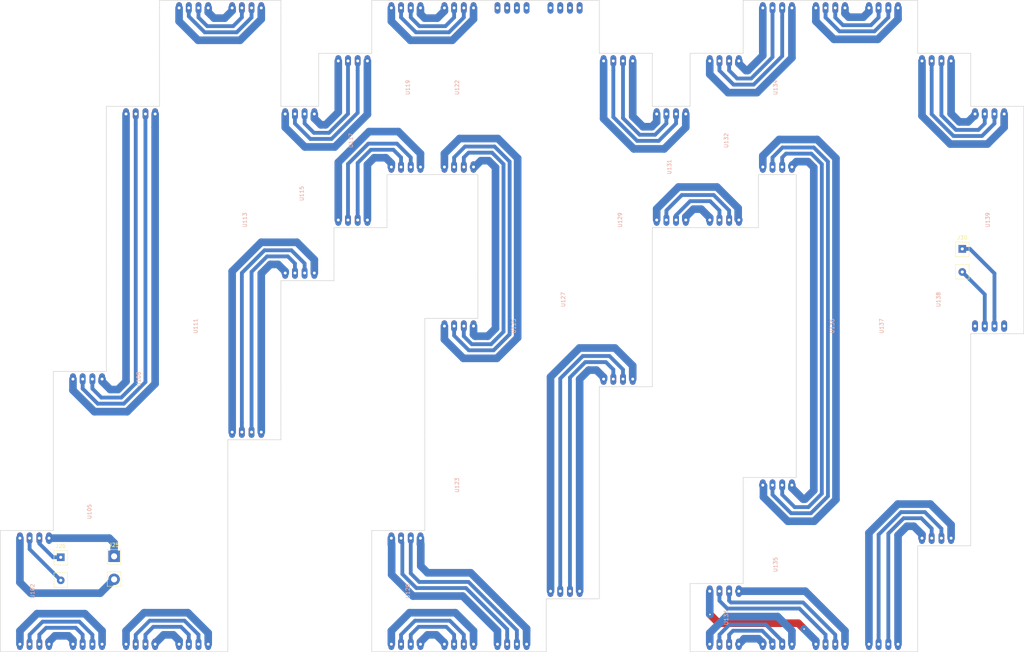
<source format=kicad_pcb>
(kicad_pcb (version 4) (host pcbnew 4.0.6)

  (general
    (links 94)
    (no_connects 6)
    (area 15.089199 17.856599 283.128101 188.673201)
    (thickness 1.6)
    (drawings 350)
    (tracks 496)
    (zones 0)
    (modules 26)
    (nets 95)
  )

  (page A4)
  (layers
    (0 F.Cu signal)
    (31 B.Cu signal)
    (32 B.Adhes user)
    (33 F.Adhes user hide)
    (34 B.Paste user)
    (35 F.Paste user hide)
    (36 B.SilkS user)
    (37 F.SilkS user hide)
    (38 B.Mask user)
    (39 F.Mask user hide)
    (40 Dwgs.User user)
    (41 Cmts.User user)
    (42 Eco1.User user)
    (43 Eco2.User user)
    (44 Edge.Cuts user)
    (45 Margin user hide)
    (46 B.CrtYd user)
    (47 F.CrtYd user hide)
    (48 B.Fab user)
    (49 F.Fab user)
  )

  (setup
    (last_trace_width 2)
    (trace_clearance 0.6)
    (zone_clearance 0.508)
    (zone_45_only no)
    (trace_min 0.2)
    (segment_width 0.2)
    (edge_width 0.15)
    (via_size 0.6)
    (via_drill 0.4)
    (via_min_size 0.4)
    (via_min_drill 0.3)
    (uvia_size 0.3)
    (uvia_drill 0.1)
    (uvias_allowed no)
    (uvia_min_size 0.2)
    (uvia_min_drill 0.1)
    (pcb_text_width 0.3)
    (pcb_text_size 1.5 1.5)
    (mod_edge_width 0.15)
    (mod_text_size 1 1)
    (mod_text_width 0.15)
    (pad_size 1.524 1.524)
    (pad_drill 0.762)
    (pad_to_mask_clearance 0.2)
    (aux_axis_origin 0 0)
    (visible_elements FFFFFFFF)
    (pcbplotparams
      (layerselection 0x01000_80000001)
      (usegerberextensions false)
      (excludeedgelayer true)
      (linewidth 0.100000)
      (plotframeref false)
      (viasonmask false)
      (mode 1)
      (useauxorigin false)
      (hpglpennumber 1)
      (hpglpenspeed 20)
      (hpglpendiameter 15)
      (hpglpenoverlay 2)
      (psnegative false)
      (psa4output false)
      (plotreference false)
      (plotvalue false)
      (plotinvisibletext false)
      (padsonsilk false)
      (subtractmaskfromsilk false)
      (outputformat 5)
      (mirror false)
      (drillshape 0)
      (scaleselection 1)
      (outputdirectory gerbers/))
  )

  (net 0 "")
  (net 1 +5V)
  (net 2 GND)
  (net 3 "Net-(U102-Pad5)")
  (net 4 "Net-(U102-Pad6)")
  (net 5 "Net-(U102-Pad7)")
  (net 6 "Net-(U102-Pad8)")
  (net 7 "Net-(U105-Pad5)")
  (net 8 "Net-(U105-Pad6)")
  (net 9 "Net-(U105-Pad7)")
  (net 10 "Net-(U105-Pad8)")
  (net 11 "Net-(U108-Pad5)")
  (net 12 "Net-(U108-Pad6)")
  (net 13 "Net-(U108-Pad7)")
  (net 14 "Net-(U108-Pad8)")
  (net 15 "Net-(U111-Pad5)")
  (net 16 "Net-(U111-Pad6)")
  (net 17 "Net-(U111-Pad7)")
  (net 18 "Net-(U111-Pad8)")
  (net 19 "Net-(U113-Pad5)")
  (net 20 "Net-(U113-Pad6)")
  (net 21 "Net-(U113-Pad7)")
  (net 22 "Net-(U113-Pad8)")
  (net 23 "Net-(U115-Pad5)")
  (net 24 "Net-(U115-Pad6)")
  (net 25 "Net-(U115-Pad7)")
  (net 26 "Net-(U115-Pad8)")
  (net 27 "Net-(U117-Pad5)")
  (net 28 "Net-(U117-Pad6)")
  (net 29 "Net-(U117-Pad7)")
  (net 30 "Net-(U117-Pad8)")
  (net 31 "Net-(U119-Pad5)")
  (net 32 "Net-(U119-Pad6)")
  (net 33 "Net-(U119-Pad7)")
  (net 34 "Net-(U119-Pad8)")
  (net 35 "Net-(U120-Pad1)")
  (net 36 "Net-(U120-Pad2)")
  (net 37 "Net-(U120-Pad3)")
  (net 38 "Net-(U120-Pad4)")
  (net 39 "Net-(U120-Pad5)")
  (net 40 "Net-(U120-Pad6)")
  (net 41 "Net-(U120-Pad7)")
  (net 42 "Net-(U120-Pad8)")
  (net 43 "Net-(U122-Pad5)")
  (net 44 "Net-(U122-Pad6)")
  (net 45 "Net-(U122-Pad7)")
  (net 46 "Net-(U122-Pad8)")
  (net 47 "Net-(U125-Pad5)")
  (net 48 "Net-(U125-Pad6)")
  (net 49 "Net-(U125-Pad7)")
  (net 50 "Net-(U125-Pad8)")
  (net 51 "Net-(U127-Pad5)")
  (net 52 "Net-(U127-Pad6)")
  (net 53 "Net-(U127-Pad7)")
  (net 54 "Net-(U127-Pad8)")
  (net 55 "Net-(U129-Pad5)")
  (net 56 "Net-(U129-Pad6)")
  (net 57 "Net-(U129-Pad7)")
  (net 58 "Net-(U129-Pad8)")
  (net 59 "Net-(U131-Pad5)")
  (net 60 "Net-(U131-Pad6)")
  (net 61 "Net-(U131-Pad7)")
  (net 62 "Net-(U131-Pad8)")
  (net 63 "Net-(U132-Pad5)")
  (net 64 "Net-(U132-Pad6)")
  (net 65 "Net-(U132-Pad7)")
  (net 66 "Net-(U132-Pad8)")
  (net 67 "Net-(U133-Pad1)")
  (net 68 "Net-(U133-Pad2)")
  (net 69 "Net-(U133-Pad3)")
  (net 70 "Net-(U133-Pad4)")
  (net 71 "Net-(U133-Pad5)")
  (net 72 "Net-(U133-Pad6)")
  (net 73 "Net-(U133-Pad7)")
  (net 74 "Net-(U133-Pad8)")
  (net 75 "Net-(U134-Pad5)")
  (net 76 "Net-(U134-Pad6)")
  (net 77 "Net-(U134-Pad7)")
  (net 78 "Net-(U134-Pad8)")
  (net 79 "Net-(U136-Pad5)")
  (net 80 "Net-(U136-Pad6)")
  (net 81 "Net-(U136-Pad7)")
  (net 82 "Net-(U136-Pad8)")
  (net 83 "Net-(U137-Pad5)")
  (net 84 "Net-(U137-Pad6)")
  (net 85 "Net-(U137-Pad7)")
  (net 86 "Net-(U137-Pad8)")
  (net 87 "Net-(U138-Pad5)")
  (net 88 "Net-(U138-Pad6)")
  (net 89 "Net-(U138-Pad7)")
  (net 90 "Net-(U138-Pad8)")
  (net 91 "Net-(J26-Pad1)")
  (net 92 "Net-(J26-Pad2)")
  (net 93 "Net-(J30-Pad1)")
  (net 94 "Net-(J30-Pad2)")

  (net_class Default "This is the default net class."
    (clearance 0.6)
    (trace_width 2)
    (via_dia 0.6)
    (via_drill 0.4)
    (uvia_dia 0.3)
    (uvia_drill 0.1)
    (add_net +5V)
    (add_net GND)
    (add_net "Net-(U102-Pad5)")
    (add_net "Net-(U102-Pad8)")
    (add_net "Net-(U105-Pad5)")
    (add_net "Net-(U105-Pad8)")
    (add_net "Net-(U108-Pad5)")
    (add_net "Net-(U108-Pad8)")
    (add_net "Net-(U111-Pad5)")
    (add_net "Net-(U111-Pad8)")
    (add_net "Net-(U113-Pad5)")
    (add_net "Net-(U113-Pad8)")
    (add_net "Net-(U115-Pad5)")
    (add_net "Net-(U115-Pad8)")
    (add_net "Net-(U117-Pad5)")
    (add_net "Net-(U117-Pad8)")
    (add_net "Net-(U119-Pad5)")
    (add_net "Net-(U119-Pad8)")
    (add_net "Net-(U120-Pad1)")
    (add_net "Net-(U120-Pad4)")
    (add_net "Net-(U120-Pad5)")
    (add_net "Net-(U120-Pad8)")
    (add_net "Net-(U122-Pad5)")
    (add_net "Net-(U122-Pad8)")
    (add_net "Net-(U125-Pad5)")
    (add_net "Net-(U125-Pad8)")
    (add_net "Net-(U127-Pad5)")
    (add_net "Net-(U127-Pad8)")
    (add_net "Net-(U129-Pad5)")
    (add_net "Net-(U129-Pad8)")
    (add_net "Net-(U131-Pad5)")
    (add_net "Net-(U131-Pad8)")
    (add_net "Net-(U132-Pad5)")
    (add_net "Net-(U132-Pad8)")
    (add_net "Net-(U133-Pad1)")
    (add_net "Net-(U133-Pad4)")
    (add_net "Net-(U133-Pad5)")
    (add_net "Net-(U133-Pad8)")
    (add_net "Net-(U134-Pad5)")
    (add_net "Net-(U134-Pad8)")
    (add_net "Net-(U136-Pad5)")
    (add_net "Net-(U136-Pad8)")
    (add_net "Net-(U137-Pad5)")
    (add_net "Net-(U137-Pad8)")
    (add_net "Net-(U138-Pad5)")
    (add_net "Net-(U138-Pad8)")
  )

  (net_class Signal ""
    (clearance 0.6)
    (trace_width 1)
    (via_dia 0.6)
    (via_drill 0.4)
    (uvia_dia 0.3)
    (uvia_drill 0.1)
    (add_net "Net-(J26-Pad1)")
    (add_net "Net-(J26-Pad2)")
    (add_net "Net-(J30-Pad1)")
    (add_net "Net-(J30-Pad2)")
    (add_net "Net-(U102-Pad6)")
    (add_net "Net-(U102-Pad7)")
    (add_net "Net-(U105-Pad6)")
    (add_net "Net-(U105-Pad7)")
    (add_net "Net-(U108-Pad6)")
    (add_net "Net-(U108-Pad7)")
    (add_net "Net-(U111-Pad6)")
    (add_net "Net-(U111-Pad7)")
    (add_net "Net-(U113-Pad6)")
    (add_net "Net-(U113-Pad7)")
    (add_net "Net-(U115-Pad6)")
    (add_net "Net-(U115-Pad7)")
    (add_net "Net-(U117-Pad6)")
    (add_net "Net-(U117-Pad7)")
    (add_net "Net-(U119-Pad6)")
    (add_net "Net-(U119-Pad7)")
    (add_net "Net-(U120-Pad2)")
    (add_net "Net-(U120-Pad3)")
    (add_net "Net-(U120-Pad6)")
    (add_net "Net-(U120-Pad7)")
    (add_net "Net-(U122-Pad6)")
    (add_net "Net-(U122-Pad7)")
    (add_net "Net-(U125-Pad6)")
    (add_net "Net-(U125-Pad7)")
    (add_net "Net-(U127-Pad6)")
    (add_net "Net-(U127-Pad7)")
    (add_net "Net-(U129-Pad6)")
    (add_net "Net-(U129-Pad7)")
    (add_net "Net-(U131-Pad6)")
    (add_net "Net-(U131-Pad7)")
    (add_net "Net-(U132-Pad6)")
    (add_net "Net-(U132-Pad7)")
    (add_net "Net-(U133-Pad2)")
    (add_net "Net-(U133-Pad3)")
    (add_net "Net-(U133-Pad6)")
    (add_net "Net-(U133-Pad7)")
    (add_net "Net-(U134-Pad6)")
    (add_net "Net-(U134-Pad7)")
    (add_net "Net-(U136-Pad6)")
    (add_net "Net-(U136-Pad7)")
    (add_net "Net-(U137-Pad6)")
    (add_net "Net-(U137-Pad7)")
    (add_net "Net-(U138-Pad6)")
    (add_net "Net-(U138-Pad7)")
  )

  (module apa102c_72m:APA102C_72m_x2 (layer B.Cu) (tedit 59559C0C) (tstamp 59559C0C)
    (at 24.1087 172.7093 270)
    (path /5954F173)
    (fp_text reference U102 (at 0 0.5 270) (layer B.SilkS)
      (effects (font (size 1 1) (thickness 0.15)))
    )
    (fp_text value APA102C_x2 (at 0 -0.5 270) (layer B.Fab)
      (effects (font (size 1 1) (thickness 0.15)))
    )
    (fp_line (start -13.8889 -5.08) (end -13.8889 5.08) (layer B.CrtYd) (width 0.15))
    (fp_line (start 13.8889 -5.08) (end -13.8889 -5.08) (layer B.CrtYd) (width 0.15))
    (fp_line (start 13.8889 5.08) (end 13.8889 -5.08) (layer B.CrtYd) (width 0.15))
    (fp_line (start -13.8889 5.08) (end 13.8889 5.08) (layer B.CrtYd) (width 0.15))
    (pad 1 thru_hole oval (at -13.8889 -3.81 270) (size 3 1.524) (drill 0.762) (layers *.Cu *.Mask)
      (net 2 GND))
    (pad 2 thru_hole oval (at -13.8889 -1.27 270) (size 3 1.524) (drill 0.762) (layers *.Cu *.Mask)
      (net 91 "Net-(J26-Pad1)"))
    (pad 3 thru_hole oval (at -13.8889 1.27 270) (size 3 1.524) (drill 0.762) (layers *.Cu *.Mask)
      (net 92 "Net-(J26-Pad2)"))
    (pad 4 thru_hole oval (at -13.8889 3.81 270) (size 3 1.524) (drill 0.762) (layers *.Cu *.Mask)
      (net 1 +5V))
    (pad 5 thru_hole oval (at 13.8889 -3.81 270) (size 3 1.524) (drill 0.762) (layers *.Cu *.Mask)
      (net 3 "Net-(U102-Pad5)"))
    (pad 6 thru_hole oval (at 13.8889 -1.27 270) (size 3 1.524) (drill 0.762) (layers *.Cu *.Mask)
      (net 4 "Net-(U102-Pad6)"))
    (pad 7 thru_hole oval (at 13.8889 1.27 270) (size 3 1.524) (drill 0.762) (layers *.Cu *.Mask)
      (net 5 "Net-(U102-Pad7)"))
    (pad 8 thru_hole oval (at 13.8889 3.81 270) (size 3 1.524) (drill 0.762) (layers *.Cu *.Mask)
      (net 6 "Net-(U102-Pad8)"))
  )

  (module apa102c_72m:APA102C_72m_x5 (layer B.Cu) (tedit 59559C0C) (tstamp 59559C0C)
    (at 37.9976 151.876 90)
    (path /5954F176)
    (fp_text reference U105 (at 0 0.5 90) (layer B.SilkS)
      (effects (font (size 1 1) (thickness 0.15)))
    )
    (fp_text value APA102C_x5 (at 0 -0.5 90) (layer B.Fab)
      (effects (font (size 1 1) (thickness 0.15)))
    )
    (fp_line (start -34.7222 -5.08) (end -34.7222 5.08) (layer B.CrtYd) (width 0.15))
    (fp_line (start 34.7222 -5.08) (end -34.7222 -5.08) (layer B.CrtYd) (width 0.15))
    (fp_line (start 34.7222 5.08) (end 34.7222 -5.08) (layer B.CrtYd) (width 0.15))
    (fp_line (start -34.7222 5.08) (end 34.7222 5.08) (layer B.CrtYd) (width 0.15))
    (pad 1 thru_hole oval (at -34.7222 -3.81 90) (size 3 1.524) (drill 0.762) (layers *.Cu *.Mask)
      (net 3 "Net-(U102-Pad5)"))
    (pad 2 thru_hole oval (at -34.7222 -1.27 90) (size 3 1.524) (drill 0.762) (layers *.Cu *.Mask)
      (net 4 "Net-(U102-Pad6)"))
    (pad 3 thru_hole oval (at -34.7222 1.27 90) (size 3 1.524) (drill 0.762) (layers *.Cu *.Mask)
      (net 5 "Net-(U102-Pad7)"))
    (pad 4 thru_hole oval (at -34.7222 3.81 90) (size 3 1.524) (drill 0.762) (layers *.Cu *.Mask)
      (net 6 "Net-(U102-Pad8)"))
    (pad 5 thru_hole oval (at 34.7222 -3.81 90) (size 3 1.524) (drill 0.762) (layers *.Cu *.Mask)
      (net 7 "Net-(U105-Pad5)"))
    (pad 6 thru_hole oval (at 34.7222 -1.27 90) (size 3 1.524) (drill 0.762) (layers *.Cu *.Mask)
      (net 8 "Net-(U105-Pad6)"))
    (pad 7 thru_hole oval (at 34.7222 1.27 90) (size 3 1.524) (drill 0.762) (layers *.Cu *.Mask)
      (net 9 "Net-(U105-Pad7)"))
    (pad 8 thru_hole oval (at 34.7222 3.81 90) (size 3 1.524) (drill 0.762) (layers *.Cu *.Mask)
      (net 10 "Net-(U105-Pad8)"))
  )

  (module apa102c_72m:APA102C_72m_x10 (layer B.Cu) (tedit 59559C0C) (tstamp 59559C0C)
    (at 51.8864 117.1538 270)
    (path /5954F179)
    (fp_text reference U108 (at 0 0.5 270) (layer B.SilkS)
      (effects (font (size 1 1) (thickness 0.15)))
    )
    (fp_text value APA102C_x10 (at 0 -0.5 270) (layer B.Fab)
      (effects (font (size 1 1) (thickness 0.15)))
    )
    (fp_line (start -69.4444 -5.08) (end -69.4444 5.08) (layer B.CrtYd) (width 0.15))
    (fp_line (start 69.4444 -5.08) (end -69.4444 -5.08) (layer B.CrtYd) (width 0.15))
    (fp_line (start 69.4444 5.08) (end 69.4444 -5.08) (layer B.CrtYd) (width 0.15))
    (fp_line (start -69.4444 5.08) (end 69.4444 5.08) (layer B.CrtYd) (width 0.15))
    (pad 1 thru_hole oval (at -69.4444 -3.81 270) (size 3 1.524) (drill 0.762) (layers *.Cu *.Mask)
      (net 7 "Net-(U105-Pad5)"))
    (pad 2 thru_hole oval (at -69.4444 -1.27 270) (size 3 1.524) (drill 0.762) (layers *.Cu *.Mask)
      (net 8 "Net-(U105-Pad6)"))
    (pad 3 thru_hole oval (at -69.4444 1.27 270) (size 3 1.524) (drill 0.762) (layers *.Cu *.Mask)
      (net 9 "Net-(U105-Pad7)"))
    (pad 4 thru_hole oval (at -69.4444 3.81 270) (size 3 1.524) (drill 0.762) (layers *.Cu *.Mask)
      (net 10 "Net-(U105-Pad8)"))
    (pad 5 thru_hole oval (at 69.4444 -3.81 270) (size 3 1.524) (drill 0.762) (layers *.Cu *.Mask)
      (net 11 "Net-(U108-Pad5)"))
    (pad 6 thru_hole oval (at 69.4444 -1.27 270) (size 3 1.524) (drill 0.762) (layers *.Cu *.Mask)
      (net 12 "Net-(U108-Pad6)"))
    (pad 7 thru_hole oval (at 69.4444 1.27 270) (size 3 1.524) (drill 0.762) (layers *.Cu *.Mask)
      (net 13 "Net-(U108-Pad7)"))
    (pad 8 thru_hole oval (at 69.4444 3.81 270) (size 3 1.524) (drill 0.762) (layers *.Cu *.Mask)
      (net 14 "Net-(U108-Pad8)"))
  )

  (module apa102c_72m:APA102C_72m_x12 (layer B.Cu) (tedit 59559C0C) (tstamp 59559C0C)
    (at 65.7753 103.2649 90)
    (path /5954F17C)
    (fp_text reference U111 (at 0 0.5 90) (layer B.SilkS)
      (effects (font (size 1 1) (thickness 0.15)))
    )
    (fp_text value APA102C_x12 (at 0 -0.5 90) (layer B.Fab)
      (effects (font (size 1 1) (thickness 0.15)))
    )
    (fp_line (start -83.3333 -5.08) (end -83.3333 5.08) (layer B.CrtYd) (width 0.15))
    (fp_line (start 83.3333 -5.08) (end -83.3333 -5.08) (layer B.CrtYd) (width 0.15))
    (fp_line (start 83.3333 5.08) (end 83.3333 -5.08) (layer B.CrtYd) (width 0.15))
    (fp_line (start -83.3333 5.08) (end 83.3333 5.08) (layer B.CrtYd) (width 0.15))
    (pad 1 thru_hole oval (at -83.3333 -3.81 90) (size 3 1.524) (drill 0.762) (layers *.Cu *.Mask)
      (net 11 "Net-(U108-Pad5)"))
    (pad 2 thru_hole oval (at -83.3333 -1.27 90) (size 3 1.524) (drill 0.762) (layers *.Cu *.Mask)
      (net 12 "Net-(U108-Pad6)"))
    (pad 3 thru_hole oval (at -83.3333 1.27 90) (size 3 1.524) (drill 0.762) (layers *.Cu *.Mask)
      (net 13 "Net-(U108-Pad7)"))
    (pad 4 thru_hole oval (at -83.3333 3.81 90) (size 3 1.524) (drill 0.762) (layers *.Cu *.Mask)
      (net 14 "Net-(U108-Pad8)"))
    (pad 5 thru_hole oval (at 83.3333 -3.81 90) (size 3 1.524) (drill 0.762) (layers *.Cu *.Mask)
      (net 15 "Net-(U111-Pad5)"))
    (pad 6 thru_hole oval (at 83.3333 -1.27 90) (size 3 1.524) (drill 0.762) (layers *.Cu *.Mask)
      (net 16 "Net-(U111-Pad6)"))
    (pad 7 thru_hole oval (at 83.3333 1.27 90) (size 3 1.524) (drill 0.762) (layers *.Cu *.Mask)
      (net 17 "Net-(U111-Pad7)"))
    (pad 8 thru_hole oval (at 83.3333 3.81 90) (size 3 1.524) (drill 0.762) (layers *.Cu *.Mask)
      (net 18 "Net-(U111-Pad8)"))
  )

  (module apa102c_72m:APA102C_72m_x8 (layer B.Cu) (tedit 59559C0C) (tstamp 59559C0C)
    (at 79.6642 75.4871 270)
    (path /5954F17E)
    (fp_text reference U113 (at 0 0.5 270) (layer B.SilkS)
      (effects (font (size 1 1) (thickness 0.15)))
    )
    (fp_text value APA102C_x8 (at 0 -0.5 270) (layer B.Fab)
      (effects (font (size 1 1) (thickness 0.15)))
    )
    (fp_line (start -55.5556 -5.08) (end -55.5556 5.08) (layer B.CrtYd) (width 0.15))
    (fp_line (start 55.5556 -5.08) (end -55.5556 -5.08) (layer B.CrtYd) (width 0.15))
    (fp_line (start 55.5556 5.08) (end 55.5556 -5.08) (layer B.CrtYd) (width 0.15))
    (fp_line (start -55.5556 5.08) (end 55.5556 5.08) (layer B.CrtYd) (width 0.15))
    (pad 1 thru_hole oval (at -55.5556 -3.81 270) (size 3 1.524) (drill 0.762) (layers *.Cu *.Mask)
      (net 15 "Net-(U111-Pad5)"))
    (pad 2 thru_hole oval (at -55.5556 -1.27 270) (size 3 1.524) (drill 0.762) (layers *.Cu *.Mask)
      (net 16 "Net-(U111-Pad6)"))
    (pad 3 thru_hole oval (at -55.5556 1.27 270) (size 3 1.524) (drill 0.762) (layers *.Cu *.Mask)
      (net 17 "Net-(U111-Pad7)"))
    (pad 4 thru_hole oval (at -55.5556 3.81 270) (size 3 1.524) (drill 0.762) (layers *.Cu *.Mask)
      (net 18 "Net-(U111-Pad8)"))
    (pad 5 thru_hole oval (at 55.5556 -3.81 270) (size 3 1.524) (drill 0.762) (layers *.Cu *.Mask)
      (net 19 "Net-(U113-Pad5)"))
    (pad 6 thru_hole oval (at 55.5556 -1.27 270) (size 3 1.524) (drill 0.762) (layers *.Cu *.Mask)
      (net 20 "Net-(U113-Pad6)"))
    (pad 7 thru_hole oval (at 55.5556 1.27 270) (size 3 1.524) (drill 0.762) (layers *.Cu *.Mask)
      (net 21 "Net-(U113-Pad7)"))
    (pad 8 thru_hole oval (at 55.5556 3.81 270) (size 3 1.524) (drill 0.762) (layers *.Cu *.Mask)
      (net 22 "Net-(U113-Pad8)"))
  )

  (module apa102c_72m:APA102C_72m_x3 (layer B.Cu) (tedit 59559C0C) (tstamp 59559C0C)
    (at 93.5531 68.5427 90)
    (path /5954F180)
    (fp_text reference U115 (at 0 0.5 90) (layer B.SilkS)
      (effects (font (size 1 1) (thickness 0.15)))
    )
    (fp_text value APA102C_x3 (at 0 -0.5 90) (layer B.Fab)
      (effects (font (size 1 1) (thickness 0.15)))
    )
    (fp_line (start -20.8333 -5.08) (end -20.8333 5.08) (layer B.CrtYd) (width 0.15))
    (fp_line (start 20.8333 -5.08) (end -20.8333 -5.08) (layer B.CrtYd) (width 0.15))
    (fp_line (start 20.8333 5.08) (end 20.8333 -5.08) (layer B.CrtYd) (width 0.15))
    (fp_line (start -20.8333 5.08) (end 20.8333 5.08) (layer B.CrtYd) (width 0.15))
    (pad 1 thru_hole oval (at -20.8333 -3.81 90) (size 3 1.524) (drill 0.762) (layers *.Cu *.Mask)
      (net 19 "Net-(U113-Pad5)"))
    (pad 2 thru_hole oval (at -20.8333 -1.27 90) (size 3 1.524) (drill 0.762) (layers *.Cu *.Mask)
      (net 20 "Net-(U113-Pad6)"))
    (pad 3 thru_hole oval (at -20.8333 1.27 90) (size 3 1.524) (drill 0.762) (layers *.Cu *.Mask)
      (net 21 "Net-(U113-Pad7)"))
    (pad 4 thru_hole oval (at -20.8333 3.81 90) (size 3 1.524) (drill 0.762) (layers *.Cu *.Mask)
      (net 22 "Net-(U113-Pad8)"))
    (pad 5 thru_hole oval (at 20.8333 -3.81 90) (size 3 1.524) (drill 0.762) (layers *.Cu *.Mask)
      (net 23 "Net-(U115-Pad5)"))
    (pad 6 thru_hole oval (at 20.8333 -1.27 90) (size 3 1.524) (drill 0.762) (layers *.Cu *.Mask)
      (net 24 "Net-(U115-Pad6)"))
    (pad 7 thru_hole oval (at 20.8333 1.27 90) (size 3 1.524) (drill 0.762) (layers *.Cu *.Mask)
      (net 25 "Net-(U115-Pad7)"))
    (pad 8 thru_hole oval (at 20.8333 3.81 90) (size 3 1.524) (drill 0.762) (layers *.Cu *.Mask)
      (net 26 "Net-(U115-Pad8)"))
  )

  (module apa102c_72m:APA102C_72m_x3 (layer B.Cu) (tedit 59559C0C) (tstamp 59559C0C)
    (at 107.442 54.6538 270)
    (path /5954F182)
    (fp_text reference U117 (at 0 0.5 270) (layer B.SilkS)
      (effects (font (size 1 1) (thickness 0.15)))
    )
    (fp_text value APA102C_x3 (at 0 -0.5 270) (layer B.Fab)
      (effects (font (size 1 1) (thickness 0.15)))
    )
    (fp_line (start -20.8333 -5.08) (end -20.8333 5.08) (layer B.CrtYd) (width 0.15))
    (fp_line (start 20.8333 -5.08) (end -20.8333 -5.08) (layer B.CrtYd) (width 0.15))
    (fp_line (start 20.8333 5.08) (end 20.8333 -5.08) (layer B.CrtYd) (width 0.15))
    (fp_line (start -20.8333 5.08) (end 20.8333 5.08) (layer B.CrtYd) (width 0.15))
    (pad 1 thru_hole oval (at -20.8333 -3.81 270) (size 3 1.524) (drill 0.762) (layers *.Cu *.Mask)
      (net 23 "Net-(U115-Pad5)"))
    (pad 2 thru_hole oval (at -20.8333 -1.27 270) (size 3 1.524) (drill 0.762) (layers *.Cu *.Mask)
      (net 24 "Net-(U115-Pad6)"))
    (pad 3 thru_hole oval (at -20.8333 1.27 270) (size 3 1.524) (drill 0.762) (layers *.Cu *.Mask)
      (net 25 "Net-(U115-Pad7)"))
    (pad 4 thru_hole oval (at -20.8333 3.81 270) (size 3 1.524) (drill 0.762) (layers *.Cu *.Mask)
      (net 26 "Net-(U115-Pad8)"))
    (pad 5 thru_hole oval (at 20.8333 -3.81 270) (size 3 1.524) (drill 0.762) (layers *.Cu *.Mask)
      (net 27 "Net-(U117-Pad5)"))
    (pad 6 thru_hole oval (at 20.8333 -1.27 270) (size 3 1.524) (drill 0.762) (layers *.Cu *.Mask)
      (net 28 "Net-(U117-Pad6)"))
    (pad 7 thru_hole oval (at 20.8333 1.27 270) (size 3 1.524) (drill 0.762) (layers *.Cu *.Mask)
      (net 29 "Net-(U117-Pad7)"))
    (pad 8 thru_hole oval (at 20.8333 3.81 270) (size 3 1.524) (drill 0.762) (layers *.Cu *.Mask)
      (net 30 "Net-(U117-Pad8)"))
  )

  (module apa102c_72m:APA102C_72m_x3 (layer B.Cu) (tedit 59559C0C) (tstamp 59559C0C)
    (at 121.3309 40.7649 90)
    (path /5954F184)
    (fp_text reference U119 (at 0 0.5 90) (layer B.SilkS)
      (effects (font (size 1 1) (thickness 0.15)))
    )
    (fp_text value APA102C_x3 (at 0 -0.5 90) (layer B.Fab)
      (effects (font (size 1 1) (thickness 0.15)))
    )
    (fp_line (start -20.8333 -5.08) (end -20.8333 5.08) (layer B.CrtYd) (width 0.15))
    (fp_line (start 20.8333 -5.08) (end -20.8333 -5.08) (layer B.CrtYd) (width 0.15))
    (fp_line (start 20.8333 5.08) (end 20.8333 -5.08) (layer B.CrtYd) (width 0.15))
    (fp_line (start -20.8333 5.08) (end 20.8333 5.08) (layer B.CrtYd) (width 0.15))
    (pad 1 thru_hole oval (at -20.8333 -3.81 90) (size 3 1.524) (drill 0.762) (layers *.Cu *.Mask)
      (net 27 "Net-(U117-Pad5)"))
    (pad 2 thru_hole oval (at -20.8333 -1.27 90) (size 3 1.524) (drill 0.762) (layers *.Cu *.Mask)
      (net 28 "Net-(U117-Pad6)"))
    (pad 3 thru_hole oval (at -20.8333 1.27 90) (size 3 1.524) (drill 0.762) (layers *.Cu *.Mask)
      (net 29 "Net-(U117-Pad7)"))
    (pad 4 thru_hole oval (at -20.8333 3.81 90) (size 3 1.524) (drill 0.762) (layers *.Cu *.Mask)
      (net 30 "Net-(U117-Pad8)"))
    (pad 5 thru_hole oval (at 20.8333 -3.81 90) (size 3 1.524) (drill 0.762) (layers *.Cu *.Mask)
      (net 31 "Net-(U119-Pad5)"))
    (pad 6 thru_hole oval (at 20.8333 -1.27 90) (size 3 1.524) (drill 0.762) (layers *.Cu *.Mask)
      (net 32 "Net-(U119-Pad6)"))
    (pad 7 thru_hole oval (at 20.8333 1.27 90) (size 3 1.524) (drill 0.762) (layers *.Cu *.Mask)
      (net 33 "Net-(U119-Pad7)"))
    (pad 8 thru_hole oval (at 20.8333 3.81 90) (size 3 1.524) (drill 0.762) (layers *.Cu *.Mask)
      (net 34 "Net-(U119-Pad8)"))
  )

  (module apa102c_72m:APA102C_72m_x2 (layer B.Cu) (tedit 59559C0C) (tstamp 59559C0C)
    (at 121.3309 172.7093 90)
    (path /5954F185)
    (fp_text reference U120 (at 0 0.5 90) (layer B.SilkS)
      (effects (font (size 1 1) (thickness 0.15)))
    )
    (fp_text value APA102C_x2 (at 0 -0.5 90) (layer B.Fab)
      (effects (font (size 1 1) (thickness 0.15)))
    )
    (fp_line (start -13.8889 -5.08) (end -13.8889 5.08) (layer B.CrtYd) (width 0.15))
    (fp_line (start 13.8889 -5.08) (end -13.8889 -5.08) (layer B.CrtYd) (width 0.15))
    (fp_line (start 13.8889 5.08) (end 13.8889 -5.08) (layer B.CrtYd) (width 0.15))
    (fp_line (start -13.8889 5.08) (end 13.8889 5.08) (layer B.CrtYd) (width 0.15))
    (pad 1 thru_hole oval (at -13.8889 -3.81 90) (size 3 1.524) (drill 0.762) (layers *.Cu *.Mask)
      (net 35 "Net-(U120-Pad1)"))
    (pad 2 thru_hole oval (at -13.8889 -1.27 90) (size 3 1.524) (drill 0.762) (layers *.Cu *.Mask)
      (net 36 "Net-(U120-Pad2)"))
    (pad 3 thru_hole oval (at -13.8889 1.27 90) (size 3 1.524) (drill 0.762) (layers *.Cu *.Mask)
      (net 37 "Net-(U120-Pad3)"))
    (pad 4 thru_hole oval (at -13.8889 3.81 90) (size 3 1.524) (drill 0.762) (layers *.Cu *.Mask)
      (net 38 "Net-(U120-Pad4)"))
    (pad 5 thru_hole oval (at 13.8889 -3.81 90) (size 3 1.524) (drill 0.762) (layers *.Cu *.Mask)
      (net 39 "Net-(U120-Pad5)"))
    (pad 6 thru_hole oval (at 13.8889 -1.27 90) (size 3 1.524) (drill 0.762) (layers *.Cu *.Mask)
      (net 40 "Net-(U120-Pad6)"))
    (pad 7 thru_hole oval (at 13.8889 1.27 90) (size 3 1.524) (drill 0.762) (layers *.Cu *.Mask)
      (net 41 "Net-(U120-Pad7)"))
    (pad 8 thru_hole oval (at 13.8889 3.81 90) (size 3 1.524) (drill 0.762) (layers *.Cu *.Mask)
      (net 42 "Net-(U120-Pad8)"))
  )

  (module apa102c_72m:APA102C_72m_x3 (layer B.Cu) (tedit 59559C0C) (tstamp 59559C0C)
    (at 135.2198 40.7649 270)
    (path /5954F187)
    (fp_text reference U122 (at 0 0.5 270) (layer B.SilkS)
      (effects (font (size 1 1) (thickness 0.15)))
    )
    (fp_text value APA102C_x3 (at 0 -0.5 270) (layer B.Fab)
      (effects (font (size 1 1) (thickness 0.15)))
    )
    (fp_line (start -20.8333 -5.08) (end -20.8333 5.08) (layer B.CrtYd) (width 0.15))
    (fp_line (start 20.8333 -5.08) (end -20.8333 -5.08) (layer B.CrtYd) (width 0.15))
    (fp_line (start 20.8333 5.08) (end 20.8333 -5.08) (layer B.CrtYd) (width 0.15))
    (fp_line (start -20.8333 5.08) (end 20.8333 5.08) (layer B.CrtYd) (width 0.15))
    (pad 1 thru_hole oval (at -20.8333 -3.81 270) (size 3 1.524) (drill 0.762) (layers *.Cu *.Mask)
      (net 31 "Net-(U119-Pad5)"))
    (pad 2 thru_hole oval (at -20.8333 -1.27 270) (size 3 1.524) (drill 0.762) (layers *.Cu *.Mask)
      (net 32 "Net-(U119-Pad6)"))
    (pad 3 thru_hole oval (at -20.8333 1.27 270) (size 3 1.524) (drill 0.762) (layers *.Cu *.Mask)
      (net 33 "Net-(U119-Pad7)"))
    (pad 4 thru_hole oval (at -20.8333 3.81 270) (size 3 1.524) (drill 0.762) (layers *.Cu *.Mask)
      (net 34 "Net-(U119-Pad8)"))
    (pad 5 thru_hole oval (at 20.8333 -3.81 270) (size 3 1.524) (drill 0.762) (layers *.Cu *.Mask)
      (net 43 "Net-(U122-Pad5)"))
    (pad 6 thru_hole oval (at 20.8333 -1.27 270) (size 3 1.524) (drill 0.762) (layers *.Cu *.Mask)
      (net 44 "Net-(U122-Pad6)"))
    (pad 7 thru_hole oval (at 20.8333 1.27 270) (size 3 1.524) (drill 0.762) (layers *.Cu *.Mask)
      (net 45 "Net-(U122-Pad7)"))
    (pad 8 thru_hole oval (at 20.8333 3.81 270) (size 3 1.524) (drill 0.762) (layers *.Cu *.Mask)
      (net 46 "Net-(U122-Pad8)"))
  )

  (module apa102c_72m:APA102C_72m_x6 (layer B.Cu) (tedit 59559C0C) (tstamp 59559C0C)
    (at 135.2198 144.9316 270)
    (path /5954F188)
    (fp_text reference U123 (at 0 0.5 270) (layer B.SilkS)
      (effects (font (size 1 1) (thickness 0.15)))
    )
    (fp_text value APA102C_x6 (at 0 -0.5 270) (layer B.Fab)
      (effects (font (size 1 1) (thickness 0.15)))
    )
    (fp_line (start -41.6667 -5.08) (end -41.6667 5.08) (layer B.CrtYd) (width 0.15))
    (fp_line (start 41.6667 -5.08) (end -41.6667 -5.08) (layer B.CrtYd) (width 0.15))
    (fp_line (start 41.6667 5.08) (end 41.6667 -5.08) (layer B.CrtYd) (width 0.15))
    (fp_line (start -41.6667 5.08) (end 41.6667 5.08) (layer B.CrtYd) (width 0.15))
    (pad 1 thru_hole oval (at -41.6667 -3.81 270) (size 3 1.524) (drill 0.762) (layers *.Cu *.Mask)
      (net 43 "Net-(U122-Pad5)"))
    (pad 2 thru_hole oval (at -41.6667 -1.27 270) (size 3 1.524) (drill 0.762) (layers *.Cu *.Mask)
      (net 44 "Net-(U122-Pad6)"))
    (pad 3 thru_hole oval (at -41.6667 1.27 270) (size 3 1.524) (drill 0.762) (layers *.Cu *.Mask)
      (net 45 "Net-(U122-Pad7)"))
    (pad 4 thru_hole oval (at -41.6667 3.81 270) (size 3 1.524) (drill 0.762) (layers *.Cu *.Mask)
      (net 46 "Net-(U122-Pad8)"))
    (pad 5 thru_hole oval (at 41.6667 -3.81 270) (size 3 1.524) (drill 0.762) (layers *.Cu *.Mask)
      (net 35 "Net-(U120-Pad1)"))
    (pad 6 thru_hole oval (at 41.6667 -1.27 270) (size 3 1.524) (drill 0.762) (layers *.Cu *.Mask)
      (net 36 "Net-(U120-Pad2)"))
    (pad 7 thru_hole oval (at 41.6667 1.27 270) (size 3 1.524) (drill 0.762) (layers *.Cu *.Mask)
      (net 37 "Net-(U120-Pad3)"))
    (pad 8 thru_hole oval (at 41.6667 3.81 270) (size 3 1.524) (drill 0.762) (layers *.Cu *.Mask)
      (net 38 "Net-(U120-Pad4)"))
  )

  (module apa102c_72m:APA102C_72m_x12 (layer B.Cu) (tedit 59559C0C) (tstamp 59559C0C)
    (at 149.1087 103.2649 90)
    (path /5954F18A)
    (fp_text reference U125 (at 0 0.5 90) (layer B.SilkS)
      (effects (font (size 1 1) (thickness 0.15)))
    )
    (fp_text value APA102C_x12 (at 0 -0.5 90) (layer B.Fab)
      (effects (font (size 1 1) (thickness 0.15)))
    )
    (fp_line (start -83.3333 -5.08) (end -83.3333 5.08) (layer B.CrtYd) (width 0.15))
    (fp_line (start 83.3333 -5.08) (end -83.3333 -5.08) (layer B.CrtYd) (width 0.15))
    (fp_line (start 83.3333 5.08) (end 83.3333 -5.08) (layer B.CrtYd) (width 0.15))
    (fp_line (start -83.3333 5.08) (end 83.3333 5.08) (layer B.CrtYd) (width 0.15))
    (pad 1 thru_hole oval (at -83.3333 -3.81 90) (size 3 1.524) (drill 0.762) (layers *.Cu *.Mask)
      (net 39 "Net-(U120-Pad5)"))
    (pad 2 thru_hole oval (at -83.3333 -1.27 90) (size 3 1.524) (drill 0.762) (layers *.Cu *.Mask)
      (net 40 "Net-(U120-Pad6)"))
    (pad 3 thru_hole oval (at -83.3333 1.27 90) (size 3 1.524) (drill 0.762) (layers *.Cu *.Mask)
      (net 41 "Net-(U120-Pad7)"))
    (pad 4 thru_hole oval (at -83.3333 3.81 90) (size 3 1.524) (drill 0.762) (layers *.Cu *.Mask)
      (net 42 "Net-(U120-Pad8)"))
    (pad 5 thru_hole oval (at 83.3333 -3.81 90) (size 3 1.524) (drill 0.762) (layers *.Cu *.Mask)
      (net 47 "Net-(U125-Pad5)"))
    (pad 6 thru_hole oval (at 83.3333 -1.27 90) (size 3 1.524) (drill 0.762) (layers *.Cu *.Mask)
      (net 48 "Net-(U125-Pad6)"))
    (pad 7 thru_hole oval (at 83.3333 1.27 90) (size 3 1.524) (drill 0.762) (layers *.Cu *.Mask)
      (net 49 "Net-(U125-Pad7)"))
    (pad 8 thru_hole oval (at 83.3333 3.81 90) (size 3 1.524) (drill 0.762) (layers *.Cu *.Mask)
      (net 50 "Net-(U125-Pad8)"))
  )

  (module apa102c_72m:APA102C_72m_x11 (layer B.Cu) (tedit 59559C0C) (tstamp 59559C0C)
    (at 162.9976 96.3204 270)
    (path /5954F18C)
    (fp_text reference U127 (at 0 0.5 270) (layer B.SilkS)
      (effects (font (size 1 1) (thickness 0.15)))
    )
    (fp_text value APA102C_x11 (at 0 -0.5 270) (layer B.Fab)
      (effects (font (size 1 1) (thickness 0.15)))
    )
    (fp_line (start -76.3889 -5.08) (end -76.3889 5.08) (layer B.CrtYd) (width 0.15))
    (fp_line (start 76.3889 -5.08) (end -76.3889 -5.08) (layer B.CrtYd) (width 0.15))
    (fp_line (start 76.3889 5.08) (end 76.3889 -5.08) (layer B.CrtYd) (width 0.15))
    (fp_line (start -76.3889 5.08) (end 76.3889 5.08) (layer B.CrtYd) (width 0.15))
    (pad 1 thru_hole oval (at -76.3889 -3.81 270) (size 3 1.524) (drill 0.762) (layers *.Cu *.Mask)
      (net 47 "Net-(U125-Pad5)"))
    (pad 2 thru_hole oval (at -76.3889 -1.27 270) (size 3 1.524) (drill 0.762) (layers *.Cu *.Mask)
      (net 48 "Net-(U125-Pad6)"))
    (pad 3 thru_hole oval (at -76.3889 1.27 270) (size 3 1.524) (drill 0.762) (layers *.Cu *.Mask)
      (net 49 "Net-(U125-Pad7)"))
    (pad 4 thru_hole oval (at -76.3889 3.81 270) (size 3 1.524) (drill 0.762) (layers *.Cu *.Mask)
      (net 50 "Net-(U125-Pad8)"))
    (pad 5 thru_hole oval (at 76.3889 -3.81 270) (size 3 1.524) (drill 0.762) (layers *.Cu *.Mask)
      (net 51 "Net-(U127-Pad5)"))
    (pad 6 thru_hole oval (at 76.3889 -1.27 270) (size 3 1.524) (drill 0.762) (layers *.Cu *.Mask)
      (net 52 "Net-(U127-Pad6)"))
    (pad 7 thru_hole oval (at 76.3889 1.27 270) (size 3 1.524) (drill 0.762) (layers *.Cu *.Mask)
      (net 53 "Net-(U127-Pad7)"))
    (pad 8 thru_hole oval (at 76.3889 3.81 270) (size 3 1.524) (drill 0.762) (layers *.Cu *.Mask)
      (net 54 "Net-(U127-Pad8)"))
  )

  (module apa102c_72m:APA102C_72m_x6 (layer B.Cu) (tedit 59559C0C) (tstamp 59559C0C)
    (at 176.8864 75.4871 90)
    (path /5954F18E)
    (fp_text reference U129 (at 0 0.5 90) (layer B.SilkS)
      (effects (font (size 1 1) (thickness 0.15)))
    )
    (fp_text value APA102C_x6 (at 0 -0.5 90) (layer B.Fab)
      (effects (font (size 1 1) (thickness 0.15)))
    )
    (fp_line (start -41.6667 -5.08) (end -41.6667 5.08) (layer B.CrtYd) (width 0.15))
    (fp_line (start 41.6667 -5.08) (end -41.6667 -5.08) (layer B.CrtYd) (width 0.15))
    (fp_line (start 41.6667 5.08) (end 41.6667 -5.08) (layer B.CrtYd) (width 0.15))
    (fp_line (start -41.6667 5.08) (end 41.6667 5.08) (layer B.CrtYd) (width 0.15))
    (pad 1 thru_hole oval (at -41.6667 -3.81 90) (size 3 1.524) (drill 0.762) (layers *.Cu *.Mask)
      (net 51 "Net-(U127-Pad5)"))
    (pad 2 thru_hole oval (at -41.6667 -1.27 90) (size 3 1.524) (drill 0.762) (layers *.Cu *.Mask)
      (net 52 "Net-(U127-Pad6)"))
    (pad 3 thru_hole oval (at -41.6667 1.27 90) (size 3 1.524) (drill 0.762) (layers *.Cu *.Mask)
      (net 53 "Net-(U127-Pad7)"))
    (pad 4 thru_hole oval (at -41.6667 3.81 90) (size 3 1.524) (drill 0.762) (layers *.Cu *.Mask)
      (net 54 "Net-(U127-Pad8)"))
    (pad 5 thru_hole oval (at 41.6667 -3.81 90) (size 3 1.524) (drill 0.762) (layers *.Cu *.Mask)
      (net 55 "Net-(U129-Pad5)"))
    (pad 6 thru_hole oval (at 41.6667 -1.27 90) (size 3 1.524) (drill 0.762) (layers *.Cu *.Mask)
      (net 56 "Net-(U129-Pad6)"))
    (pad 7 thru_hole oval (at 41.6667 1.27 90) (size 3 1.524) (drill 0.762) (layers *.Cu *.Mask)
      (net 57 "Net-(U129-Pad7)"))
    (pad 8 thru_hole oval (at 41.6667 3.81 90) (size 3 1.524) (drill 0.762) (layers *.Cu *.Mask)
      (net 58 "Net-(U129-Pad8)"))
  )

  (module apa102c_72m:APA102C_72m_x2 (layer B.Cu) (tedit 59559C0C) (tstamp 59559C0C)
    (at 190.7753 61.5982 270)
    (path /5954F190)
    (fp_text reference U131 (at 0 0.5 270) (layer B.SilkS)
      (effects (font (size 1 1) (thickness 0.15)))
    )
    (fp_text value APA102C_x2 (at 0 -0.5 270) (layer B.Fab)
      (effects (font (size 1 1) (thickness 0.15)))
    )
    (fp_line (start -13.8889 -5.08) (end -13.8889 5.08) (layer B.CrtYd) (width 0.15))
    (fp_line (start 13.8889 -5.08) (end -13.8889 -5.08) (layer B.CrtYd) (width 0.15))
    (fp_line (start 13.8889 5.08) (end 13.8889 -5.08) (layer B.CrtYd) (width 0.15))
    (fp_line (start -13.8889 5.08) (end 13.8889 5.08) (layer B.CrtYd) (width 0.15))
    (pad 1 thru_hole oval (at -13.8889 -3.81 270) (size 3 1.524) (drill 0.762) (layers *.Cu *.Mask)
      (net 55 "Net-(U129-Pad5)"))
    (pad 2 thru_hole oval (at -13.8889 -1.27 270) (size 3 1.524) (drill 0.762) (layers *.Cu *.Mask)
      (net 56 "Net-(U129-Pad6)"))
    (pad 3 thru_hole oval (at -13.8889 1.27 270) (size 3 1.524) (drill 0.762) (layers *.Cu *.Mask)
      (net 57 "Net-(U129-Pad7)"))
    (pad 4 thru_hole oval (at -13.8889 3.81 270) (size 3 1.524) (drill 0.762) (layers *.Cu *.Mask)
      (net 58 "Net-(U129-Pad8)"))
    (pad 5 thru_hole oval (at 13.8889 -3.81 270) (size 3 1.524) (drill 0.762) (layers *.Cu *.Mask)
      (net 59 "Net-(U131-Pad5)"))
    (pad 6 thru_hole oval (at 13.8889 -1.27 270) (size 3 1.524) (drill 0.762) (layers *.Cu *.Mask)
      (net 60 "Net-(U131-Pad6)"))
    (pad 7 thru_hole oval (at 13.8889 1.27 270) (size 3 1.524) (drill 0.762) (layers *.Cu *.Mask)
      (net 61 "Net-(U131-Pad7)"))
    (pad 8 thru_hole oval (at 13.8889 3.81 270) (size 3 1.524) (drill 0.762) (layers *.Cu *.Mask)
      (net 62 "Net-(U131-Pad8)"))
  )

  (module apa102c_72m:APA102C_72m_x3 (layer B.Cu) (tedit 59559C0C) (tstamp 59559C0C)
    (at 204.6642 54.6538 90)
    (path /5954F191)
    (fp_text reference U132 (at 0 0.5 90) (layer B.SilkS)
      (effects (font (size 1 1) (thickness 0.15)))
    )
    (fp_text value APA102C_x3 (at 0 -0.5 90) (layer B.Fab)
      (effects (font (size 1 1) (thickness 0.15)))
    )
    (fp_line (start -20.8333 -5.08) (end -20.8333 5.08) (layer B.CrtYd) (width 0.15))
    (fp_line (start 20.8333 -5.08) (end -20.8333 -5.08) (layer B.CrtYd) (width 0.15))
    (fp_line (start 20.8333 5.08) (end 20.8333 -5.08) (layer B.CrtYd) (width 0.15))
    (fp_line (start -20.8333 5.08) (end 20.8333 5.08) (layer B.CrtYd) (width 0.15))
    (pad 1 thru_hole oval (at -20.8333 -3.81 90) (size 3 1.524) (drill 0.762) (layers *.Cu *.Mask)
      (net 59 "Net-(U131-Pad5)"))
    (pad 2 thru_hole oval (at -20.8333 -1.27 90) (size 3 1.524) (drill 0.762) (layers *.Cu *.Mask)
      (net 60 "Net-(U131-Pad6)"))
    (pad 3 thru_hole oval (at -20.8333 1.27 90) (size 3 1.524) (drill 0.762) (layers *.Cu *.Mask)
      (net 61 "Net-(U131-Pad7)"))
    (pad 4 thru_hole oval (at -20.8333 3.81 90) (size 3 1.524) (drill 0.762) (layers *.Cu *.Mask)
      (net 62 "Net-(U131-Pad8)"))
    (pad 5 thru_hole oval (at 20.8333 -3.81 90) (size 3 1.524) (drill 0.762) (layers *.Cu *.Mask)
      (net 63 "Net-(U132-Pad5)"))
    (pad 6 thru_hole oval (at 20.8333 -1.27 90) (size 3 1.524) (drill 0.762) (layers *.Cu *.Mask)
      (net 64 "Net-(U132-Pad6)"))
    (pad 7 thru_hole oval (at 20.8333 1.27 90) (size 3 1.524) (drill 0.762) (layers *.Cu *.Mask)
      (net 65 "Net-(U132-Pad7)"))
    (pad 8 thru_hole oval (at 20.8333 3.81 90) (size 3 1.524) (drill 0.762) (layers *.Cu *.Mask)
      (net 66 "Net-(U132-Pad8)"))
  )

  (module apa102c_72m:APA102C_72m_x1 (layer B.Cu) (tedit 59559C0C) (tstamp 59559C0C)
    (at 204.6642 179.6538 90)
    (path /5954F192)
    (fp_text reference U133 (at 0 0.5 90) (layer B.SilkS)
      (effects (font (size 1 1) (thickness 0.15)))
    )
    (fp_text value APA102C_x1 (at 0 -0.5 90) (layer B.Fab)
      (effects (font (size 1 1) (thickness 0.15)))
    )
    (fp_line (start -6.9444 -5.08) (end -6.9444 5.08) (layer B.CrtYd) (width 0.15))
    (fp_line (start 6.9444 -5.08) (end -6.9444 -5.08) (layer B.CrtYd) (width 0.15))
    (fp_line (start 6.9444 5.08) (end 6.9444 -5.08) (layer B.CrtYd) (width 0.15))
    (fp_line (start -6.9444 5.08) (end 6.9444 5.08) (layer B.CrtYd) (width 0.15))
    (pad 1 thru_hole oval (at -6.9444 -3.81 90) (size 3 1.524) (drill 0.762) (layers *.Cu *.Mask)
      (net 67 "Net-(U133-Pad1)"))
    (pad 2 thru_hole oval (at -6.9444 -1.27 90) (size 3 1.524) (drill 0.762) (layers *.Cu *.Mask)
      (net 68 "Net-(U133-Pad2)"))
    (pad 3 thru_hole oval (at -6.9444 1.27 90) (size 3 1.524) (drill 0.762) (layers *.Cu *.Mask)
      (net 69 "Net-(U133-Pad3)"))
    (pad 4 thru_hole oval (at -6.9444 3.81 90) (size 3 1.524) (drill 0.762) (layers *.Cu *.Mask)
      (net 70 "Net-(U133-Pad4)"))
    (pad 5 thru_hole oval (at 6.9444 -3.81 90) (size 3 1.524) (drill 0.762) (layers *.Cu *.Mask)
      (net 71 "Net-(U133-Pad5)"))
    (pad 6 thru_hole oval (at 6.9444 -1.27 90) (size 3 1.524) (drill 0.762) (layers *.Cu *.Mask)
      (net 72 "Net-(U133-Pad6)"))
    (pad 7 thru_hole oval (at 6.9444 1.27 90) (size 3 1.524) (drill 0.762) (layers *.Cu *.Mask)
      (net 73 "Net-(U133-Pad7)"))
    (pad 8 thru_hole oval (at 6.9444 3.81 90) (size 3 1.524) (drill 0.762) (layers *.Cu *.Mask)
      (net 74 "Net-(U133-Pad8)"))
  )

  (module apa102c_72m:APA102C_72m_x3 (layer B.Cu) (tedit 59559C0C) (tstamp 59559C0C)
    (at 218.5531 40.7649 270)
    (path /5954F193)
    (fp_text reference U134 (at 0 0.5 270) (layer B.SilkS)
      (effects (font (size 1 1) (thickness 0.15)))
    )
    (fp_text value APA102C_x3 (at 0 -0.5 270) (layer B.Fab)
      (effects (font (size 1 1) (thickness 0.15)))
    )
    (fp_line (start -20.8333 -5.08) (end -20.8333 5.08) (layer B.CrtYd) (width 0.15))
    (fp_line (start 20.8333 -5.08) (end -20.8333 -5.08) (layer B.CrtYd) (width 0.15))
    (fp_line (start 20.8333 5.08) (end 20.8333 -5.08) (layer B.CrtYd) (width 0.15))
    (fp_line (start -20.8333 5.08) (end 20.8333 5.08) (layer B.CrtYd) (width 0.15))
    (pad 1 thru_hole oval (at -20.8333 -3.81 270) (size 3 1.524) (drill 0.762) (layers *.Cu *.Mask)
      (net 63 "Net-(U132-Pad5)"))
    (pad 2 thru_hole oval (at -20.8333 -1.27 270) (size 3 1.524) (drill 0.762) (layers *.Cu *.Mask)
      (net 64 "Net-(U132-Pad6)"))
    (pad 3 thru_hole oval (at -20.8333 1.27 270) (size 3 1.524) (drill 0.762) (layers *.Cu *.Mask)
      (net 65 "Net-(U132-Pad7)"))
    (pad 4 thru_hole oval (at -20.8333 3.81 270) (size 3 1.524) (drill 0.762) (layers *.Cu *.Mask)
      (net 66 "Net-(U132-Pad8)"))
    (pad 5 thru_hole oval (at 20.8333 -3.81 270) (size 3 1.524) (drill 0.762) (layers *.Cu *.Mask)
      (net 75 "Net-(U134-Pad5)"))
    (pad 6 thru_hole oval (at 20.8333 -1.27 270) (size 3 1.524) (drill 0.762) (layers *.Cu *.Mask)
      (net 76 "Net-(U134-Pad6)"))
    (pad 7 thru_hole oval (at 20.8333 1.27 270) (size 3 1.524) (drill 0.762) (layers *.Cu *.Mask)
      (net 77 "Net-(U134-Pad7)"))
    (pad 8 thru_hole oval (at 20.8333 3.81 270) (size 3 1.524) (drill 0.762) (layers *.Cu *.Mask)
      (net 78 "Net-(U134-Pad8)"))
  )

  (module apa102c_72m:APA102C_72m_x3 (layer B.Cu) (tedit 59559C0C) (tstamp 59559C0C)
    (at 218.5531 165.7649 270)
    (path /5954F194)
    (fp_text reference U135 (at 0 0.5 270) (layer B.SilkS)
      (effects (font (size 1 1) (thickness 0.15)))
    )
    (fp_text value APA102C_x3 (at 0 -0.5 270) (layer B.Fab)
      (effects (font (size 1 1) (thickness 0.15)))
    )
    (fp_line (start -20.8333 -5.08) (end -20.8333 5.08) (layer B.CrtYd) (width 0.15))
    (fp_line (start 20.8333 -5.08) (end -20.8333 -5.08) (layer B.CrtYd) (width 0.15))
    (fp_line (start 20.8333 5.08) (end 20.8333 -5.08) (layer B.CrtYd) (width 0.15))
    (fp_line (start -20.8333 5.08) (end 20.8333 5.08) (layer B.CrtYd) (width 0.15))
    (pad 1 thru_hole oval (at -20.8333 -3.81 270) (size 3 1.524) (drill 0.762) (layers *.Cu *.Mask)
      (net 75 "Net-(U134-Pad5)"))
    (pad 2 thru_hole oval (at -20.8333 -1.27 270) (size 3 1.524) (drill 0.762) (layers *.Cu *.Mask)
      (net 76 "Net-(U134-Pad6)"))
    (pad 3 thru_hole oval (at -20.8333 1.27 270) (size 3 1.524) (drill 0.762) (layers *.Cu *.Mask)
      (net 77 "Net-(U134-Pad7)"))
    (pad 4 thru_hole oval (at -20.8333 3.81 270) (size 3 1.524) (drill 0.762) (layers *.Cu *.Mask)
      (net 78 "Net-(U134-Pad8)"))
    (pad 5 thru_hole oval (at 20.8333 -3.81 270) (size 3 1.524) (drill 0.762) (layers *.Cu *.Mask)
      (net 67 "Net-(U133-Pad1)"))
    (pad 6 thru_hole oval (at 20.8333 -1.27 270) (size 3 1.524) (drill 0.762) (layers *.Cu *.Mask)
      (net 68 "Net-(U133-Pad2)"))
    (pad 7 thru_hole oval (at 20.8333 1.27 270) (size 3 1.524) (drill 0.762) (layers *.Cu *.Mask)
      (net 69 "Net-(U133-Pad3)"))
    (pad 8 thru_hole oval (at 20.8333 3.81 270) (size 3 1.524) (drill 0.762) (layers *.Cu *.Mask)
      (net 70 "Net-(U133-Pad4)"))
  )

  (module apa102c_72m:APA102C_72m_x12 (layer B.Cu) (tedit 59559C0C) (tstamp 59559C0C)
    (at 232.442 103.2649 90)
    (path /5954F195)
    (fp_text reference U136 (at 0 0.5 90) (layer B.SilkS)
      (effects (font (size 1 1) (thickness 0.15)))
    )
    (fp_text value APA102C_x12 (at 0 -0.5 90) (layer B.Fab)
      (effects (font (size 1 1) (thickness 0.15)))
    )
    (fp_line (start -83.3333 -5.08) (end -83.3333 5.08) (layer B.CrtYd) (width 0.15))
    (fp_line (start 83.3333 -5.08) (end -83.3333 -5.08) (layer B.CrtYd) (width 0.15))
    (fp_line (start 83.3333 5.08) (end 83.3333 -5.08) (layer B.CrtYd) (width 0.15))
    (fp_line (start -83.3333 5.08) (end 83.3333 5.08) (layer B.CrtYd) (width 0.15))
    (pad 1 thru_hole oval (at -83.3333 -3.81 90) (size 3 1.524) (drill 0.762) (layers *.Cu *.Mask)
      (net 71 "Net-(U133-Pad5)"))
    (pad 2 thru_hole oval (at -83.3333 -1.27 90) (size 3 1.524) (drill 0.762) (layers *.Cu *.Mask)
      (net 72 "Net-(U133-Pad6)"))
    (pad 3 thru_hole oval (at -83.3333 1.27 90) (size 3 1.524) (drill 0.762) (layers *.Cu *.Mask)
      (net 73 "Net-(U133-Pad7)"))
    (pad 4 thru_hole oval (at -83.3333 3.81 90) (size 3 1.524) (drill 0.762) (layers *.Cu *.Mask)
      (net 74 "Net-(U133-Pad8)"))
    (pad 5 thru_hole oval (at 83.3333 -3.81 90) (size 3 1.524) (drill 0.762) (layers *.Cu *.Mask)
      (net 79 "Net-(U136-Pad5)"))
    (pad 6 thru_hole oval (at 83.3333 -1.27 90) (size 3 1.524) (drill 0.762) (layers *.Cu *.Mask)
      (net 80 "Net-(U136-Pad6)"))
    (pad 7 thru_hole oval (at 83.3333 1.27 90) (size 3 1.524) (drill 0.762) (layers *.Cu *.Mask)
      (net 81 "Net-(U136-Pad7)"))
    (pad 8 thru_hole oval (at 83.3333 3.81 90) (size 3 1.524) (drill 0.762) (layers *.Cu *.Mask)
      (net 82 "Net-(U136-Pad8)"))
  )

  (module apa102c_72m:APA102C_72m_x12 (layer B.Cu) (tedit 59559C0C) (tstamp 59559C0C)
    (at 246.3309 103.2649 270)
    (path /5954F196)
    (fp_text reference U137 (at 0 0.5 270) (layer B.SilkS)
      (effects (font (size 1 1) (thickness 0.15)))
    )
    (fp_text value APA102C_x12 (at 0 -0.5 270) (layer B.Fab)
      (effects (font (size 1 1) (thickness 0.15)))
    )
    (fp_line (start -83.3333 -5.08) (end -83.3333 5.08) (layer B.CrtYd) (width 0.15))
    (fp_line (start 83.3333 -5.08) (end -83.3333 -5.08) (layer B.CrtYd) (width 0.15))
    (fp_line (start 83.3333 5.08) (end 83.3333 -5.08) (layer B.CrtYd) (width 0.15))
    (fp_line (start -83.3333 5.08) (end 83.3333 5.08) (layer B.CrtYd) (width 0.15))
    (pad 1 thru_hole oval (at -83.3333 -3.81 270) (size 3 1.524) (drill 0.762) (layers *.Cu *.Mask)
      (net 79 "Net-(U136-Pad5)"))
    (pad 2 thru_hole oval (at -83.3333 -1.27 270) (size 3 1.524) (drill 0.762) (layers *.Cu *.Mask)
      (net 80 "Net-(U136-Pad6)"))
    (pad 3 thru_hole oval (at -83.3333 1.27 270) (size 3 1.524) (drill 0.762) (layers *.Cu *.Mask)
      (net 81 "Net-(U136-Pad7)"))
    (pad 4 thru_hole oval (at -83.3333 3.81 270) (size 3 1.524) (drill 0.762) (layers *.Cu *.Mask)
      (net 82 "Net-(U136-Pad8)"))
    (pad 5 thru_hole oval (at 83.3333 -3.81 270) (size 3 1.524) (drill 0.762) (layers *.Cu *.Mask)
      (net 83 "Net-(U137-Pad5)"))
    (pad 6 thru_hole oval (at 83.3333 -1.27 270) (size 3 1.524) (drill 0.762) (layers *.Cu *.Mask)
      (net 84 "Net-(U137-Pad6)"))
    (pad 7 thru_hole oval (at 83.3333 1.27 270) (size 3 1.524) (drill 0.762) (layers *.Cu *.Mask)
      (net 85 "Net-(U137-Pad7)"))
    (pad 8 thru_hole oval (at 83.3333 3.81 270) (size 3 1.524) (drill 0.762) (layers *.Cu *.Mask)
      (net 86 "Net-(U137-Pad8)"))
  )

  (module apa102c_72m:APA102C_72m_x9 (layer B.Cu) (tedit 59559C0C) (tstamp 59559C0C)
    (at 260.2198 96.3204 90)
    (path /5954F197)
    (fp_text reference U138 (at 0 0.5 90) (layer B.SilkS)
      (effects (font (size 1 1) (thickness 0.15)))
    )
    (fp_text value APA102C_x9 (at 0 -0.5 90) (layer B.Fab)
      (effects (font (size 1 1) (thickness 0.15)))
    )
    (fp_line (start -62.5 -5.08) (end -62.5 5.08) (layer B.CrtYd) (width 0.15))
    (fp_line (start 62.5 -5.08) (end -62.5 -5.08) (layer B.CrtYd) (width 0.15))
    (fp_line (start 62.5 5.08) (end 62.5 -5.08) (layer B.CrtYd) (width 0.15))
    (fp_line (start -62.5 5.08) (end 62.5 5.08) (layer B.CrtYd) (width 0.15))
    (pad 1 thru_hole oval (at -62.5 -3.81 90) (size 3 1.524) (drill 0.762) (layers *.Cu *.Mask)
      (net 83 "Net-(U137-Pad5)"))
    (pad 2 thru_hole oval (at -62.5 -1.27 90) (size 3 1.524) (drill 0.762) (layers *.Cu *.Mask)
      (net 84 "Net-(U137-Pad6)"))
    (pad 3 thru_hole oval (at -62.5 1.27 90) (size 3 1.524) (drill 0.762) (layers *.Cu *.Mask)
      (net 85 "Net-(U137-Pad7)"))
    (pad 4 thru_hole oval (at -62.5 3.81 90) (size 3 1.524) (drill 0.762) (layers *.Cu *.Mask)
      (net 86 "Net-(U137-Pad8)"))
    (pad 5 thru_hole oval (at 62.5 -3.81 90) (size 3 1.524) (drill 0.762) (layers *.Cu *.Mask)
      (net 87 "Net-(U138-Pad5)"))
    (pad 6 thru_hole oval (at 62.5 -1.27 90) (size 3 1.524) (drill 0.762) (layers *.Cu *.Mask)
      (net 88 "Net-(U138-Pad6)"))
    (pad 7 thru_hole oval (at 62.5 1.27 90) (size 3 1.524) (drill 0.762) (layers *.Cu *.Mask)
      (net 89 "Net-(U138-Pad7)"))
    (pad 8 thru_hole oval (at 62.5 3.81 90) (size 3 1.524) (drill 0.762) (layers *.Cu *.Mask)
      (net 90 "Net-(U138-Pad8)"))
  )

  (module apa102c_72m:APA102C_72m_x4 (layer B.Cu) (tedit 59559C0C) (tstamp 59559C0C)
    (at 274.1087 75.4871 270)
    (path /5954F198)
    (fp_text reference U139 (at 0 0.5 270) (layer B.SilkS)
      (effects (font (size 1 1) (thickness 0.15)))
    )
    (fp_text value APA102C_x4 (at 0 -0.5 270) (layer B.Fab)
      (effects (font (size 1 1) (thickness 0.15)))
    )
    (fp_line (start -27.7778 -5.08) (end -27.7778 5.08) (layer B.CrtYd) (width 0.15))
    (fp_line (start 27.7778 -5.08) (end -27.7778 -5.08) (layer B.CrtYd) (width 0.15))
    (fp_line (start 27.7778 5.08) (end 27.7778 -5.08) (layer B.CrtYd) (width 0.15))
    (fp_line (start -27.7778 5.08) (end 27.7778 5.08) (layer B.CrtYd) (width 0.15))
    (pad 1 thru_hole oval (at -27.7778 -3.81 270) (size 3 1.524) (drill 0.762) (layers *.Cu *.Mask)
      (net 87 "Net-(U138-Pad5)"))
    (pad 2 thru_hole oval (at -27.7778 -1.27 270) (size 3 1.524) (drill 0.762) (layers *.Cu *.Mask)
      (net 88 "Net-(U138-Pad6)"))
    (pad 3 thru_hole oval (at -27.7778 1.27 270) (size 3 1.524) (drill 0.762) (layers *.Cu *.Mask)
      (net 89 "Net-(U138-Pad7)"))
    (pad 4 thru_hole oval (at -27.7778 3.81 270) (size 3 1.524) (drill 0.762) (layers *.Cu *.Mask)
      (net 90 "Net-(U138-Pad8)"))
    (pad 5 thru_hole oval (at 27.7778 -3.81 270) (size 3 1.524) (drill 0.762) (layers *.Cu *.Mask))
    (pad 6 thru_hole oval (at 27.7778 -1.27 270) (size 3 1.524) (drill 0.762) (layers *.Cu *.Mask)
      (net 93 "Net-(J30-Pad1)"))
    (pad 7 thru_hole oval (at 27.7778 1.27 270) (size 3 1.524) (drill 0.762) (layers *.Cu *.Mask)
      (net 94 "Net-(J30-Pad2)"))
    (pad 8 thru_hole oval (at 27.7778 3.81 270) (size 3 1.524) (drill 0.762) (layers *.Cu *.Mask))
  )

  (module connector:Sign_Connector (layer F.Cu) (tedit 59623399) (tstamp 59623516)
    (at 266.954 85.09)
    (descr "Sign connector")
    (path /596927C8)
    (fp_text reference J30 (at 0 -5) (layer F.SilkS)
      (effects (font (size 1 1) (thickness 0.15)))
    )
    (fp_text value CONN_01X02 (at 0 7) (layer F.Fab)
      (effects (font (size 1 1) (thickness 0.15)))
    )
    (fp_line (start -1.778 -3.81) (end -1.778 5.842) (layer F.Fab) (width 0.1))
    (fp_line (start -1.778 5.842) (end 1.778 5.842) (layer F.Fab) (width 0.1))
    (fp_line (start 1.778 5.842) (end 1.778 -3.81) (layer F.Fab) (width 0.1))
    (fp_line (start 1.778 -3.81) (end -1.778 -3.81) (layer F.Fab) (width 0.1))
    (fp_line (start -1.778 2.032) (end -1.778 5.842) (layer F.SilkS) (width 0.12))
    (fp_line (start -1.778 5.842) (end 1.778 5.842) (layer F.SilkS) (width 0.12))
    (fp_line (start 1.778 5.842) (end 1.778 2.032) (layer F.SilkS) (width 0.12))
    (fp_line (start 1.778 2.032) (end -1.778 2.032) (layer F.SilkS) (width 0.12))
    (fp_line (start -1.778 0) (end -1.778 -3.81) (layer F.SilkS) (width 0.12))
    (fp_line (start -1.778 0) (end 1.778 0) (layer F.SilkS) (width 0.12))
    (fp_line (start -2.032 -4.064) (end -2.032 6.096) (layer F.CrtYd) (width 0.05))
    (fp_line (start -2.032 6.096) (end 2.032 6.096) (layer F.CrtYd) (width 0.05))
    (fp_line (start 2.032 6.096) (end 2.032 -4.064) (layer F.CrtYd) (width 0.05))
    (fp_line (start 2.032 -4.064) (end -2.032 -4.064) (layer F.CrtYd) (width 0.05))
    (fp_text user %R (at 0 -5) (layer F.Fab)
      (effects (font (size 1 1) (thickness 0.15)))
    )
    (fp_line (start 1.778 0) (end 1.778 -3.81) (layer F.SilkS) (width 0.12))
    (fp_line (start -1.778 -3.81) (end 1.778 -3.81) (layer F.SilkS) (width 0.12))
    (pad 1 thru_hole rect (at 0 -2.032) (size 2 2) (drill 0.8) (layers *.Cu *.Mask)
      (net 93 "Net-(J30-Pad1)"))
    (pad 2 thru_hole oval (at 0 4) (size 2 2) (drill 0.8) (layers *.Cu *.Mask)
      (net 94 "Net-(J30-Pad2)"))
    (model ${KISYS3DMOD}/Pin_Headers.3dshapes/Pin_Header_Straight_1x02_Pitch2.54mm.wrl
      (at (xyz 0 -0.05 0))
      (scale (xyz 1 1 1))
      (rotate (xyz 0 0 90))
    )
  )

  (module connector:Sign_Connector (layer F.Cu) (tedit 59623399) (tstamp 59623502)
    (at 30.988 165.862)
    (descr "Sign connector")
    (path /59687ACD)
    (fp_text reference J26 (at 0 -5) (layer F.SilkS)
      (effects (font (size 1 1) (thickness 0.15)))
    )
    (fp_text value CONN_01X02 (at 0 7) (layer F.Fab)
      (effects (font (size 1 1) (thickness 0.15)))
    )
    (fp_line (start -1.778 -3.81) (end -1.778 5.842) (layer F.Fab) (width 0.1))
    (fp_line (start -1.778 5.842) (end 1.778 5.842) (layer F.Fab) (width 0.1))
    (fp_line (start 1.778 5.842) (end 1.778 -3.81) (layer F.Fab) (width 0.1))
    (fp_line (start 1.778 -3.81) (end -1.778 -3.81) (layer F.Fab) (width 0.1))
    (fp_line (start -1.778 2.032) (end -1.778 5.842) (layer F.SilkS) (width 0.12))
    (fp_line (start -1.778 5.842) (end 1.778 5.842) (layer F.SilkS) (width 0.12))
    (fp_line (start 1.778 5.842) (end 1.778 2.032) (layer F.SilkS) (width 0.12))
    (fp_line (start 1.778 2.032) (end -1.778 2.032) (layer F.SilkS) (width 0.12))
    (fp_line (start -1.778 0) (end -1.778 -3.81) (layer F.SilkS) (width 0.12))
    (fp_line (start -1.778 0) (end 1.778 0) (layer F.SilkS) (width 0.12))
    (fp_line (start -2.032 -4.064) (end -2.032 6.096) (layer F.CrtYd) (width 0.05))
    (fp_line (start -2.032 6.096) (end 2.032 6.096) (layer F.CrtYd) (width 0.05))
    (fp_line (start 2.032 6.096) (end 2.032 -4.064) (layer F.CrtYd) (width 0.05))
    (fp_line (start 2.032 -4.064) (end -2.032 -4.064) (layer F.CrtYd) (width 0.05))
    (fp_text user %R (at 0 -5) (layer F.Fab)
      (effects (font (size 1 1) (thickness 0.15)))
    )
    (fp_line (start 1.778 0) (end 1.778 -3.81) (layer F.SilkS) (width 0.12))
    (fp_line (start -1.778 -3.81) (end 1.778 -3.81) (layer F.SilkS) (width 0.12))
    (pad 1 thru_hole rect (at 0 -2.032) (size 2 2) (drill 0.8) (layers *.Cu *.Mask)
      (net 91 "Net-(J26-Pad1)"))
    (pad 2 thru_hole oval (at 0 4) (size 2 2) (drill 0.8) (layers *.Cu *.Mask)
      (net 92 "Net-(J26-Pad2)"))
    (model ${KISYS3DMOD}/Pin_Headers.3dshapes/Pin_Header_Straight_1x02_Pitch2.54mm.wrl
      (at (xyz 0 -0.05 0))
      (scale (xyz 1 1 1))
      (rotate (xyz 0 0 90))
    )
  )

  (module connector:Power_Connector (layer F.Cu) (tedit 596231DD) (tstamp 5962FB6C)
    (at 44.958 165.608)
    (descr "Power connector")
    (path /59687AC7)
    (fp_text reference J25 (at 0 -5) (layer F.SilkS)
      (effects (font (size 1 1) (thickness 0.15)))
    )
    (fp_text value CONN_01X02 (at 0 7) (layer F.Fab)
      (effects (font (size 1 1) (thickness 0.15)))
    )
    (fp_line (start -1.778 -3.81) (end -1.778 5.842) (layer F.Fab) (width 0.1))
    (fp_line (start -1.778 5.842) (end 1.778 5.842) (layer F.Fab) (width 0.1))
    (fp_line (start 1.778 5.842) (end 1.778 -3.81) (layer F.Fab) (width 0.1))
    (fp_line (start 1.778 -3.81) (end -1.778 -3.81) (layer F.Fab) (width 0.1))
    (fp_line (start -1.778 2.032) (end -1.778 5.842) (layer F.SilkS) (width 0.12))
    (fp_line (start -1.778 5.842) (end 1.778 5.842) (layer F.SilkS) (width 0.12))
    (fp_line (start 1.778 5.842) (end 1.778 2.032) (layer F.SilkS) (width 0.12))
    (fp_line (start 1.778 2.032) (end -1.778 2.032) (layer F.SilkS) (width 0.12))
    (fp_line (start -1.778 0) (end -1.778 -3.81) (layer F.SilkS) (width 0.12))
    (fp_line (start -1.778 0) (end 1.778 0) (layer F.SilkS) (width 0.12))
    (fp_line (start -2.032 -4.064) (end -2.032 6.096) (layer F.CrtYd) (width 0.05))
    (fp_line (start -2.032 6.096) (end 2.032 6.096) (layer F.CrtYd) (width 0.05))
    (fp_line (start 2.032 6.096) (end 2.032 -4.064) (layer F.CrtYd) (width 0.05))
    (fp_line (start 2.032 -4.064) (end -2.032 -4.064) (layer F.CrtYd) (width 0.05))
    (fp_text user %R (at 0 -5) (layer F.Fab)
      (effects (font (size 1 1) (thickness 0.15)))
    )
    (fp_line (start 1.778 0) (end 1.778 -3.81) (layer F.SilkS) (width 0.12))
    (fp_line (start -1.778 -3.81) (end 1.778 -3.81) (layer F.SilkS) (width 0.12))
    (pad 1 thru_hole rect (at 0 -2.032) (size 3 3) (drill 1.6) (layers *.Cu *.Mask)
      (net 2 GND))
    (pad 2 thru_hole oval (at 0 4) (size 3 3) (drill 1.6) (layers *.Cu *.Mask)
      (net 1 +5V))
    (model ${KISYS3DMOD}/Pin_Headers.3dshapes/Pin_Header_Straight_1x02_Pitch2.54mm.wrl
      (at (xyz 0 -0.05 0))
      (scale (xyz 1 1 1))
      (rotate (xyz 0 0 90))
    )
  )

  (gr_line (start 56.8309 17.9316) (end 58.8309 17.9316) (layer Edge.Cuts) (width 0.15))
  (gr_line (start 56.8309 17.9316) (end 56.8309 19.9316) (layer Edge.Cuts) (width 0.15))
  (gr_line (start 60.8309 17.9316) (end 70.7198 17.9316) (layer Edge.Cuts) (width 0.15))
  (gr_line (start 70.7198 17.9316) (end 72.7198 17.9316) (layer Edge.Cuts) (width 0.15))
  (gr_line (start 58.8309 17.9316) (end 60.8309 17.9316) (layer Edge.Cuts) (width 0.15))
  (gr_line (start 74.7198 17.9316) (end 84.6087 17.9316) (layer Edge.Cuts) (width 0.15))
  (gr_line (start 84.6087 17.9316) (end 86.6087 17.9316) (layer Edge.Cuts) (width 0.15))
  (gr_line (start 72.7198 17.9316) (end 74.7198 17.9316) (layer Edge.Cuts) (width 0.15))
  (gr_line (start 88.6087 17.9316) (end 88.6087 19.9316) (layer Edge.Cuts) (width 0.15))
  (gr_line (start 86.6087 17.9316) (end 88.6087 17.9316) (layer Edge.Cuts) (width 0.15))
  (gr_line (start 112.3864 17.9316) (end 114.3864 17.9316) (layer Edge.Cuts) (width 0.15))
  (gr_line (start 112.3864 17.9316) (end 112.3864 19.9316) (layer Edge.Cuts) (width 0.15))
  (gr_line (start 116.3864 17.9316) (end 126.2753 17.9316) (layer Edge.Cuts) (width 0.15))
  (gr_line (start 126.2753 17.9316) (end 128.2753 17.9316) (layer Edge.Cuts) (width 0.15))
  (gr_line (start 114.3864 17.9316) (end 116.3864 17.9316) (layer Edge.Cuts) (width 0.15))
  (gr_line (start 130.2753 17.9316) (end 140.1642 17.9316) (layer Edge.Cuts) (width 0.15))
  (gr_line (start 140.1642 17.9316) (end 142.1642 17.9316) (layer Edge.Cuts) (width 0.15))
  (gr_line (start 128.2753 17.9316) (end 130.2753 17.9316) (layer Edge.Cuts) (width 0.15))
  (gr_line (start 144.1642 17.9316) (end 154.0531 17.9316) (layer Edge.Cuts) (width 0.15))
  (gr_line (start 154.0531 17.9316) (end 156.0531 17.9316) (layer Edge.Cuts) (width 0.15))
  (gr_line (start 142.1642 17.9316) (end 144.1642 17.9316) (layer Edge.Cuts) (width 0.15))
  (gr_line (start 158.0531 17.9316) (end 167.942 17.9316) (layer Edge.Cuts) (width 0.15))
  (gr_line (start 167.942 17.9316) (end 169.942 17.9316) (layer Edge.Cuts) (width 0.15))
  (gr_line (start 156.0531 17.9316) (end 158.0531 17.9316) (layer Edge.Cuts) (width 0.15))
  (gr_line (start 171.942 17.9316) (end 171.942 19.9316) (layer Edge.Cuts) (width 0.15))
  (gr_line (start 169.942 17.9316) (end 171.942 17.9316) (layer Edge.Cuts) (width 0.15))
  (gr_line (start 209.6087 17.9316) (end 211.6087 17.9316) (layer Edge.Cuts) (width 0.15))
  (gr_line (start 209.6087 17.9316) (end 209.6087 19.9316) (layer Edge.Cuts) (width 0.15))
  (gr_line (start 213.6087 17.9316) (end 223.4976 17.9316) (layer Edge.Cuts) (width 0.15))
  (gr_line (start 223.4976 17.9316) (end 225.4976 17.9316) (layer Edge.Cuts) (width 0.15))
  (gr_line (start 211.6087 17.9316) (end 213.6087 17.9316) (layer Edge.Cuts) (width 0.15))
  (gr_line (start 227.4976 17.9316) (end 237.3864 17.9316) (layer Edge.Cuts) (width 0.15))
  (gr_line (start 237.3864 17.9316) (end 239.3864 17.9316) (layer Edge.Cuts) (width 0.15))
  (gr_line (start 225.4976 17.9316) (end 227.4976 17.9316) (layer Edge.Cuts) (width 0.15))
  (gr_line (start 241.3864 17.9316) (end 251.2753 17.9316) (layer Edge.Cuts) (width 0.15))
  (gr_line (start 251.2753 17.9316) (end 253.2753 17.9316) (layer Edge.Cuts) (width 0.15))
  (gr_line (start 239.3864 17.9316) (end 241.3864 17.9316) (layer Edge.Cuts) (width 0.15))
  (gr_line (start 255.2753 17.9316) (end 255.2753 19.9316) (layer Edge.Cuts) (width 0.15))
  (gr_line (start 253.2753 17.9316) (end 255.2753 17.9316) (layer Edge.Cuts) (width 0.15))
  (gr_line (start 56.8309 19.9316) (end 56.8309 21.9316) (layer Edge.Cuts) (width 0.15))
  (gr_line (start 56.8309 31.8204) (end 56.8309 33.8204) (layer Edge.Cuts) (width 0.15))
  (gr_line (start 56.8309 21.9316) (end 56.8309 31.8204) (layer Edge.Cuts) (width 0.15))
  (gr_line (start 88.6087 19.9316) (end 88.6087 21.9316) (layer Edge.Cuts) (width 0.15))
  (gr_line (start 98.4976 31.8204) (end 100.4976 31.8204) (layer Edge.Cuts) (width 0.15))
  (gr_line (start 98.4976 31.8204) (end 98.4976 33.8204) (layer Edge.Cuts) (width 0.15))
  (gr_line (start 88.6087 31.8204) (end 88.6087 33.8204) (layer Edge.Cuts) (width 0.15))
  (gr_line (start 88.6087 21.9316) (end 88.6087 31.8204) (layer Edge.Cuts) (width 0.15))
  (gr_line (start 112.3864 19.9316) (end 112.3864 21.9316) (layer Edge.Cuts) (width 0.15))
  (gr_line (start 102.4976 31.8204) (end 112.3864 31.8204) (layer Edge.Cuts) (width 0.15))
  (gr_line (start 100.4976 31.8204) (end 102.4976 31.8204) (layer Edge.Cuts) (width 0.15))
  (gr_line (start 112.3864 21.9316) (end 112.3864 31.8204) (layer Edge.Cuts) (width 0.15))
  (gr_line (start 171.942 19.9316) (end 171.942 21.9316) (layer Edge.Cuts) (width 0.15))
  (gr_line (start 171.942 21.9316) (end 171.942 31.8204) (layer Edge.Cuts) (width 0.15))
  (gr_line (start 171.942 31.8204) (end 181.8309 31.8204) (layer Edge.Cuts) (width 0.15))
  (gr_line (start 181.8309 31.8204) (end 183.8309 31.8204) (layer Edge.Cuts) (width 0.15))
  (gr_line (start 195.7198 31.8204) (end 197.7198 31.8204) (layer Edge.Cuts) (width 0.15))
  (gr_line (start 195.7198 31.8204) (end 195.7198 33.8204) (layer Edge.Cuts) (width 0.15))
  (gr_line (start 185.8309 31.8204) (end 185.8309 33.8204) (layer Edge.Cuts) (width 0.15))
  (gr_line (start 183.8309 31.8204) (end 185.8309 31.8204) (layer Edge.Cuts) (width 0.15))
  (gr_line (start 209.6087 19.9316) (end 209.6087 21.9316) (layer Edge.Cuts) (width 0.15))
  (gr_line (start 199.7198 31.8204) (end 209.6087 31.8204) (layer Edge.Cuts) (width 0.15))
  (gr_line (start 197.7198 31.8204) (end 199.7198 31.8204) (layer Edge.Cuts) (width 0.15))
  (gr_line (start 209.6087 21.9316) (end 209.6087 31.8204) (layer Edge.Cuts) (width 0.15))
  (gr_line (start 255.2753 19.9316) (end 255.2753 21.9316) (layer Edge.Cuts) (width 0.15))
  (gr_line (start 255.2753 21.9316) (end 255.2753 31.8204) (layer Edge.Cuts) (width 0.15))
  (gr_line (start 255.2753 31.8204) (end 265.1642 31.8204) (layer Edge.Cuts) (width 0.15))
  (gr_line (start 265.1642 31.8204) (end 267.1642 31.8204) (layer Edge.Cuts) (width 0.15))
  (gr_line (start 269.1642 31.8204) (end 269.1642 33.8204) (layer Edge.Cuts) (width 0.15))
  (gr_line (start 267.1642 31.8204) (end 269.1642 31.8204) (layer Edge.Cuts) (width 0.15))
  (gr_line (start 42.942 45.7093) (end 44.942 45.7093) (layer Edge.Cuts) (width 0.15))
  (gr_line (start 42.942 45.7093) (end 42.942 47.7093) (layer Edge.Cuts) (width 0.15))
  (gr_line (start 56.8309 33.8204) (end 56.8309 35.8204) (layer Edge.Cuts) (width 0.15))
  (gr_line (start 46.942 45.7093) (end 56.8309 45.7093) (layer Edge.Cuts) (width 0.15))
  (gr_line (start 44.942 45.7093) (end 46.942 45.7093) (layer Edge.Cuts) (width 0.15))
  (gr_line (start 56.8309 35.8204) (end 56.8309 45.7093) (layer Edge.Cuts) (width 0.15))
  (gr_line (start 88.6087 33.8204) (end 88.6087 35.8204) (layer Edge.Cuts) (width 0.15))
  (gr_line (start 98.4976 33.8204) (end 98.4976 35.8204) (layer Edge.Cuts) (width 0.15))
  (gr_line (start 98.4976 35.8204) (end 98.4976 45.7093) (layer Edge.Cuts) (width 0.15))
  (gr_line (start 88.6087 45.7093) (end 98.4976 45.7093) (layer Edge.Cuts) (width 0.15))
  (gr_line (start 88.6087 35.8204) (end 88.6087 45.7093) (layer Edge.Cuts) (width 0.15))
  (gr_line (start 185.8309 33.8204) (end 185.8309 35.8204) (layer Edge.Cuts) (width 0.15))
  (gr_line (start 195.7198 33.8204) (end 195.7198 35.8204) (layer Edge.Cuts) (width 0.15))
  (gr_line (start 195.7198 35.8204) (end 195.7198 45.7093) (layer Edge.Cuts) (width 0.15))
  (gr_line (start 185.8309 45.7093) (end 195.7198 45.7093) (layer Edge.Cuts) (width 0.15))
  (gr_line (start 185.8309 35.8204) (end 185.8309 45.7093) (layer Edge.Cuts) (width 0.15))
  (gr_line (start 269.1642 33.8204) (end 269.1642 35.8204) (layer Edge.Cuts) (width 0.15))
  (gr_line (start 269.1642 35.8204) (end 269.1642 45.7093) (layer Edge.Cuts) (width 0.15))
  (gr_line (start 269.1642 45.7093) (end 279.0531 45.7093) (layer Edge.Cuts) (width 0.15))
  (gr_line (start 279.0531 45.7093) (end 281.0531 45.7093) (layer Edge.Cuts) (width 0.15))
  (gr_line (start 283.0531 45.7093) (end 283.0531 47.7093) (layer Edge.Cuts) (width 0.15))
  (gr_line (start 281.0531 45.7093) (end 283.0531 45.7093) (layer Edge.Cuts) (width 0.15))
  (gr_line (start 42.942 47.7093) (end 42.942 49.7093) (layer Edge.Cuts) (width 0.15))
  (gr_line (start 42.942 59.5982) (end 42.942 61.5982) (layer Edge.Cuts) (width 0.15))
  (gr_line (start 42.942 49.7093) (end 42.942 59.5982) (layer Edge.Cuts) (width 0.15))
  (gr_line (start 283.0531 47.7093) (end 283.0531 49.7093) (layer Edge.Cuts) (width 0.15))
  (gr_line (start 283.0531 49.7093) (end 283.0531 59.5982) (layer Edge.Cuts) (width 0.15))
  (gr_line (start 283.0531 59.5982) (end 283.0531 61.5982) (layer Edge.Cuts) (width 0.15))
  (gr_line (start 42.942 61.5982) (end 42.942 63.5982) (layer Edge.Cuts) (width 0.15))
  (gr_line (start 42.942 73.4871) (end 42.942 75.4871) (layer Edge.Cuts) (width 0.15))
  (gr_line (start 42.942 63.5982) (end 42.942 73.4871) (layer Edge.Cuts) (width 0.15))
  (gr_line (start 116.3864 63.5982) (end 126.2753 63.5982) (layer Edge.Cuts) (width 0.15))
  (gr_line (start 126.2753 63.5982) (end 128.2753 63.5982) (layer Edge.Cuts) (width 0.15))
  (gr_line (start 116.3864 63.5982) (end 116.3864 73.4871) (layer Edge.Cuts) (width 0.15))
  (gr_line (start 116.3864 73.4871) (end 116.3864 75.4871) (layer Edge.Cuts) (width 0.15))
  (gr_line (start 130.2753 63.5982) (end 140.1642 63.5982) (layer Edge.Cuts) (width 0.15))
  (gr_line (start 140.1642 63.5982) (end 140.1642 73.4871) (layer Edge.Cuts) (width 0.15))
  (gr_line (start 140.1642 73.4871) (end 140.1642 75.4871) (layer Edge.Cuts) (width 0.15))
  (gr_line (start 128.2753 63.5982) (end 130.2753 63.5982) (layer Edge.Cuts) (width 0.15))
  (gr_line (start 223.4976 73.4871) (end 223.4976 75.4871) (layer Edge.Cuts) (width 0.15))
  (gr_line (start 213.6087 73.4871) (end 213.6087 75.4871) (layer Edge.Cuts) (width 0.15))
  (gr_line (start 213.6087 63.5982) (end 223.4976 63.5982) (layer Edge.Cuts) (width 0.15))
  (gr_line (start 223.4976 63.5982) (end 223.4976 73.4871) (layer Edge.Cuts) (width 0.15))
  (gr_line (start 213.6087 63.5982) (end 213.6087 73.4871) (layer Edge.Cuts) (width 0.15))
  (gr_line (start 283.0531 61.5982) (end 283.0531 63.5982) (layer Edge.Cuts) (width 0.15))
  (gr_line (start 283.0531 63.5982) (end 283.0531 73.4871) (layer Edge.Cuts) (width 0.15))
  (gr_line (start 283.0531 73.4871) (end 283.0531 75.4871) (layer Edge.Cuts) (width 0.15))
  (gr_line (start 42.942 75.4871) (end 42.942 77.4871) (layer Edge.Cuts) (width 0.15))
  (gr_line (start 42.942 87.376) (end 42.942 89.376) (layer Edge.Cuts) (width 0.15))
  (gr_line (start 42.942 77.4871) (end 42.942 87.376) (layer Edge.Cuts) (width 0.15))
  (gr_line (start 102.4976 77.4871) (end 112.3864 77.4871) (layer Edge.Cuts) (width 0.15))
  (gr_line (start 112.3864 77.4871) (end 114.3864 77.4871) (layer Edge.Cuts) (width 0.15))
  (gr_line (start 102.4976 77.4871) (end 102.4976 87.376) (layer Edge.Cuts) (width 0.15))
  (gr_line (start 102.4976 87.376) (end 102.4976 89.376) (layer Edge.Cuts) (width 0.15))
  (gr_line (start 116.3864 75.4871) (end 116.3864 77.4871) (layer Edge.Cuts) (width 0.15))
  (gr_line (start 114.3864 77.4871) (end 116.3864 77.4871) (layer Edge.Cuts) (width 0.15))
  (gr_line (start 140.1642 75.4871) (end 140.1642 77.4871) (layer Edge.Cuts) (width 0.15))
  (gr_line (start 140.1642 87.376) (end 140.1642 89.376) (layer Edge.Cuts) (width 0.15))
  (gr_line (start 140.1642 77.4871) (end 140.1642 87.376) (layer Edge.Cuts) (width 0.15))
  (gr_line (start 185.8309 77.4871) (end 195.7198 77.4871) (layer Edge.Cuts) (width 0.15))
  (gr_line (start 195.7198 77.4871) (end 197.7198 77.4871) (layer Edge.Cuts) (width 0.15))
  (gr_line (start 185.8309 77.4871) (end 185.8309 87.376) (layer Edge.Cuts) (width 0.15))
  (gr_line (start 185.8309 87.376) (end 185.8309 89.376) (layer Edge.Cuts) (width 0.15))
  (gr_line (start 199.7198 77.4871) (end 209.6087 77.4871) (layer Edge.Cuts) (width 0.15))
  (gr_line (start 209.6087 77.4871) (end 211.6087 77.4871) (layer Edge.Cuts) (width 0.15))
  (gr_line (start 197.7198 77.4871) (end 199.7198 77.4871) (layer Edge.Cuts) (width 0.15))
  (gr_line (start 213.6087 75.4871) (end 213.6087 77.4871) (layer Edge.Cuts) (width 0.15))
  (gr_line (start 223.4976 75.4871) (end 223.4976 77.4871) (layer Edge.Cuts) (width 0.15))
  (gr_line (start 223.4976 87.376) (end 223.4976 89.376) (layer Edge.Cuts) (width 0.15))
  (gr_line (start 211.6087 77.4871) (end 213.6087 77.4871) (layer Edge.Cuts) (width 0.15))
  (gr_line (start 223.4976 77.4871) (end 223.4976 87.376) (layer Edge.Cuts) (width 0.15))
  (gr_line (start 283.0531 75.4871) (end 283.0531 77.4871) (layer Edge.Cuts) (width 0.15))
  (gr_line (start 283.0531 77.4871) (end 283.0531 87.376) (layer Edge.Cuts) (width 0.15))
  (gr_line (start 283.0531 87.376) (end 283.0531 89.376) (layer Edge.Cuts) (width 0.15))
  (gr_line (start 42.942 89.376) (end 42.942 91.376) (layer Edge.Cuts) (width 0.15))
  (gr_line (start 42.942 101.2649) (end 42.942 103.2649) (layer Edge.Cuts) (width 0.15))
  (gr_line (start 42.942 91.376) (end 42.942 101.2649) (layer Edge.Cuts) (width 0.15))
  (gr_line (start 88.6087 91.376) (end 98.4976 91.376) (layer Edge.Cuts) (width 0.15))
  (gr_line (start 98.4976 91.376) (end 100.4976 91.376) (layer Edge.Cuts) (width 0.15))
  (gr_line (start 88.6087 91.376) (end 88.6087 101.2649) (layer Edge.Cuts) (width 0.15))
  (gr_line (start 88.6087 101.2649) (end 88.6087 103.2649) (layer Edge.Cuts) (width 0.15))
  (gr_line (start 102.4976 89.376) (end 102.4976 91.376) (layer Edge.Cuts) (width 0.15))
  (gr_line (start 100.4976 91.376) (end 102.4976 91.376) (layer Edge.Cuts) (width 0.15))
  (gr_line (start 126.2753 101.2649) (end 128.2753 101.2649) (layer Edge.Cuts) (width 0.15))
  (gr_line (start 126.2753 101.2649) (end 126.2753 103.2649) (layer Edge.Cuts) (width 0.15))
  (gr_line (start 140.1642 89.376) (end 140.1642 91.376) (layer Edge.Cuts) (width 0.15))
  (gr_line (start 130.2753 101.2649) (end 140.1642 101.2649) (layer Edge.Cuts) (width 0.15))
  (gr_line (start 128.2753 101.2649) (end 130.2753 101.2649) (layer Edge.Cuts) (width 0.15))
  (gr_line (start 140.1642 91.376) (end 140.1642 101.2649) (layer Edge.Cuts) (width 0.15))
  (gr_line (start 185.8309 89.376) (end 185.8309 91.376) (layer Edge.Cuts) (width 0.15))
  (gr_line (start 185.8309 91.376) (end 185.8309 101.2649) (layer Edge.Cuts) (width 0.15))
  (gr_line (start 185.8309 101.2649) (end 185.8309 103.2649) (layer Edge.Cuts) (width 0.15))
  (gr_line (start 223.4976 89.376) (end 223.4976 91.376) (layer Edge.Cuts) (width 0.15))
  (gr_line (start 223.4976 101.2649) (end 223.4976 103.2649) (layer Edge.Cuts) (width 0.15))
  (gr_line (start 223.4976 91.376) (end 223.4976 101.2649) (layer Edge.Cuts) (width 0.15))
  (gr_line (start 283.0531 89.376) (end 283.0531 91.376) (layer Edge.Cuts) (width 0.15))
  (gr_line (start 283.0531 91.376) (end 283.0531 101.2649) (layer Edge.Cuts) (width 0.15))
  (gr_line (start 283.0531 101.2649) (end 283.0531 103.2649) (layer Edge.Cuts) (width 0.15))
  (gr_line (start 29.0531 115.1538) (end 31.0531 115.1538) (layer Edge.Cuts) (width 0.15))
  (gr_line (start 29.0531 115.1538) (end 29.0531 117.1538) (layer Edge.Cuts) (width 0.15))
  (gr_line (start 42.942 103.2649) (end 42.942 105.2649) (layer Edge.Cuts) (width 0.15))
  (gr_line (start 33.0531 115.1538) (end 42.942 115.1538) (layer Edge.Cuts) (width 0.15))
  (gr_line (start 31.0531 115.1538) (end 33.0531 115.1538) (layer Edge.Cuts) (width 0.15))
  (gr_line (start 42.942 105.2649) (end 42.942 115.1538) (layer Edge.Cuts) (width 0.15))
  (gr_line (start 88.6087 103.2649) (end 88.6087 105.2649) (layer Edge.Cuts) (width 0.15))
  (gr_line (start 88.6087 105.2649) (end 88.6087 115.1538) (layer Edge.Cuts) (width 0.15))
  (gr_line (start 88.6087 115.1538) (end 88.6087 117.1538) (layer Edge.Cuts) (width 0.15))
  (gr_line (start 126.2753 103.2649) (end 126.2753 105.2649) (layer Edge.Cuts) (width 0.15))
  (gr_line (start 126.2753 115.1538) (end 126.2753 117.1538) (layer Edge.Cuts) (width 0.15))
  (gr_line (start 126.2753 105.2649) (end 126.2753 115.1538) (layer Edge.Cuts) (width 0.15))
  (gr_line (start 185.8309 103.2649) (end 185.8309 105.2649) (layer Edge.Cuts) (width 0.15))
  (gr_line (start 185.8309 105.2649) (end 185.8309 115.1538) (layer Edge.Cuts) (width 0.15))
  (gr_line (start 185.8309 115.1538) (end 185.8309 117.1538) (layer Edge.Cuts) (width 0.15))
  (gr_line (start 223.4976 103.2649) (end 223.4976 105.2649) (layer Edge.Cuts) (width 0.15))
  (gr_line (start 223.4976 115.1538) (end 223.4976 117.1538) (layer Edge.Cuts) (width 0.15))
  (gr_line (start 223.4976 105.2649) (end 223.4976 115.1538) (layer Edge.Cuts) (width 0.15))
  (gr_line (start 269.1642 105.2649) (end 279.0531 105.2649) (layer Edge.Cuts) (width 0.15))
  (gr_line (start 279.0531 105.2649) (end 281.0531 105.2649) (layer Edge.Cuts) (width 0.15))
  (gr_line (start 269.1642 105.2649) (end 269.1642 115.1538) (layer Edge.Cuts) (width 0.15))
  (gr_line (start 269.1642 115.1538) (end 269.1642 117.1538) (layer Edge.Cuts) (width 0.15))
  (gr_line (start 283.0531 103.2649) (end 283.0531 105.2649) (layer Edge.Cuts) (width 0.15))
  (gr_line (start 281.0531 105.2649) (end 283.0531 105.2649) (layer Edge.Cuts) (width 0.15))
  (gr_line (start 29.0531 117.1538) (end 29.0531 119.1538) (layer Edge.Cuts) (width 0.15))
  (gr_line (start 29.0531 129.0427) (end 29.0531 131.0427) (layer Edge.Cuts) (width 0.15))
  (gr_line (start 29.0531 119.1538) (end 29.0531 129.0427) (layer Edge.Cuts) (width 0.15))
  (gr_line (start 88.6087 117.1538) (end 88.6087 119.1538) (layer Edge.Cuts) (width 0.15))
  (gr_line (start 88.6087 119.1538) (end 88.6087 129.0427) (layer Edge.Cuts) (width 0.15))
  (gr_line (start 88.6087 129.0427) (end 88.6087 131.0427) (layer Edge.Cuts) (width 0.15))
  (gr_line (start 126.2753 117.1538) (end 126.2753 119.1538) (layer Edge.Cuts) (width 0.15))
  (gr_line (start 126.2753 129.0427) (end 126.2753 131.0427) (layer Edge.Cuts) (width 0.15))
  (gr_line (start 126.2753 119.1538) (end 126.2753 129.0427) (layer Edge.Cuts) (width 0.15))
  (gr_line (start 171.942 119.1538) (end 181.8309 119.1538) (layer Edge.Cuts) (width 0.15))
  (gr_line (start 181.8309 119.1538) (end 183.8309 119.1538) (layer Edge.Cuts) (width 0.15))
  (gr_line (start 171.942 119.1538) (end 171.942 129.0427) (layer Edge.Cuts) (width 0.15))
  (gr_line (start 171.942 129.0427) (end 171.942 131.0427) (layer Edge.Cuts) (width 0.15))
  (gr_line (start 185.8309 117.1538) (end 185.8309 119.1538) (layer Edge.Cuts) (width 0.15))
  (gr_line (start 183.8309 119.1538) (end 185.8309 119.1538) (layer Edge.Cuts) (width 0.15))
  (gr_line (start 223.4976 117.1538) (end 223.4976 119.1538) (layer Edge.Cuts) (width 0.15))
  (gr_line (start 223.4976 129.0427) (end 223.4976 131.0427) (layer Edge.Cuts) (width 0.15))
  (gr_line (start 223.4976 119.1538) (end 223.4976 129.0427) (layer Edge.Cuts) (width 0.15))
  (gr_line (start 269.1642 117.1538) (end 269.1642 119.1538) (layer Edge.Cuts) (width 0.15))
  (gr_line (start 269.1642 119.1538) (end 269.1642 129.0427) (layer Edge.Cuts) (width 0.15))
  (gr_line (start 269.1642 129.0427) (end 269.1642 131.0427) (layer Edge.Cuts) (width 0.15))
  (gr_line (start 29.0531 131.0427) (end 29.0531 133.0427) (layer Edge.Cuts) (width 0.15))
  (gr_line (start 29.0531 142.9316) (end 29.0531 144.9316) (layer Edge.Cuts) (width 0.15))
  (gr_line (start 29.0531 133.0427) (end 29.0531 142.9316) (layer Edge.Cuts) (width 0.15))
  (gr_line (start 74.7198 133.0427) (end 84.6087 133.0427) (layer Edge.Cuts) (width 0.15))
  (gr_line (start 84.6087 133.0427) (end 86.6087 133.0427) (layer Edge.Cuts) (width 0.15))
  (gr_line (start 74.7198 133.0427) (end 74.7198 142.9316) (layer Edge.Cuts) (width 0.15))
  (gr_line (start 74.7198 142.9316) (end 74.7198 144.9316) (layer Edge.Cuts) (width 0.15))
  (gr_line (start 88.6087 131.0427) (end 88.6087 133.0427) (layer Edge.Cuts) (width 0.15))
  (gr_line (start 86.6087 133.0427) (end 88.6087 133.0427) (layer Edge.Cuts) (width 0.15))
  (gr_line (start 126.2753 131.0427) (end 126.2753 133.0427) (layer Edge.Cuts) (width 0.15))
  (gr_line (start 126.2753 142.9316) (end 126.2753 144.9316) (layer Edge.Cuts) (width 0.15))
  (gr_line (start 126.2753 133.0427) (end 126.2753 142.9316) (layer Edge.Cuts) (width 0.15))
  (gr_line (start 171.942 131.0427) (end 171.942 133.0427) (layer Edge.Cuts) (width 0.15))
  (gr_line (start 171.942 133.0427) (end 171.942 142.9316) (layer Edge.Cuts) (width 0.15))
  (gr_line (start 171.942 142.9316) (end 171.942 144.9316) (layer Edge.Cuts) (width 0.15))
  (gr_line (start 209.6087 142.9316) (end 211.6087 142.9316) (layer Edge.Cuts) (width 0.15))
  (gr_line (start 209.6087 142.9316) (end 209.6087 144.9316) (layer Edge.Cuts) (width 0.15))
  (gr_line (start 223.4976 131.0427) (end 223.4976 133.0427) (layer Edge.Cuts) (width 0.15))
  (gr_line (start 213.6087 142.9316) (end 223.4976 142.9316) (layer Edge.Cuts) (width 0.15))
  (gr_line (start 211.6087 142.9316) (end 213.6087 142.9316) (layer Edge.Cuts) (width 0.15))
  (gr_line (start 223.4976 133.0427) (end 223.4976 142.9316) (layer Edge.Cuts) (width 0.15))
  (gr_line (start 269.1642 131.0427) (end 269.1642 133.0427) (layer Edge.Cuts) (width 0.15))
  (gr_line (start 269.1642 133.0427) (end 269.1642 142.9316) (layer Edge.Cuts) (width 0.15))
  (gr_line (start 269.1642 142.9316) (end 269.1642 144.9316) (layer Edge.Cuts) (width 0.15))
  (gr_line (start 15.1642 156.8204) (end 17.1642 156.8204) (layer Edge.Cuts) (width 0.15))
  (gr_line (start 15.1642 156.8204) (end 15.1642 158.8204) (layer Edge.Cuts) (width 0.15))
  (gr_line (start 29.0531 144.9316) (end 29.0531 146.9316) (layer Edge.Cuts) (width 0.15))
  (gr_line (start 19.1642 156.8204) (end 29.0531 156.8204) (layer Edge.Cuts) (width 0.15))
  (gr_line (start 17.1642 156.8204) (end 19.1642 156.8204) (layer Edge.Cuts) (width 0.15))
  (gr_line (start 29.0531 146.9316) (end 29.0531 156.8204) (layer Edge.Cuts) (width 0.15))
  (gr_line (start 74.7198 144.9316) (end 74.7198 146.9316) (layer Edge.Cuts) (width 0.15))
  (gr_line (start 74.7198 146.9316) (end 74.7198 156.8204) (layer Edge.Cuts) (width 0.15))
  (gr_line (start 74.7198 156.8204) (end 74.7198 158.8204) (layer Edge.Cuts) (width 0.15))
  (gr_line (start 112.3864 156.8204) (end 114.3864 156.8204) (layer Edge.Cuts) (width 0.15))
  (gr_line (start 112.3864 156.8204) (end 112.3864 158.8204) (layer Edge.Cuts) (width 0.15))
  (gr_line (start 126.2753 144.9316) (end 126.2753 146.9316) (layer Edge.Cuts) (width 0.15))
  (gr_line (start 116.3864 156.8204) (end 126.2753 156.8204) (layer Edge.Cuts) (width 0.15))
  (gr_line (start 114.3864 156.8204) (end 116.3864 156.8204) (layer Edge.Cuts) (width 0.15))
  (gr_line (start 126.2753 146.9316) (end 126.2753 156.8204) (layer Edge.Cuts) (width 0.15))
  (gr_line (start 171.942 144.9316) (end 171.942 146.9316) (layer Edge.Cuts) (width 0.15))
  (gr_line (start 171.942 146.9316) (end 171.942 156.8204) (layer Edge.Cuts) (width 0.15))
  (gr_line (start 171.942 156.8204) (end 171.942 158.8204) (layer Edge.Cuts) (width 0.15))
  (gr_line (start 209.6087 144.9316) (end 209.6087 146.9316) (layer Edge.Cuts) (width 0.15))
  (gr_line (start 209.6087 156.8204) (end 209.6087 158.8204) (layer Edge.Cuts) (width 0.15))
  (gr_line (start 209.6087 146.9316) (end 209.6087 156.8204) (layer Edge.Cuts) (width 0.15))
  (gr_line (start 269.1642 144.9316) (end 269.1642 146.9316) (layer Edge.Cuts) (width 0.15))
  (gr_line (start 269.1642 146.9316) (end 269.1642 156.8204) (layer Edge.Cuts) (width 0.15))
  (gr_line (start 269.1642 156.8204) (end 269.1642 158.8204) (layer Edge.Cuts) (width 0.15))
  (gr_line (start 15.1642 158.8204) (end 15.1642 160.8204) (layer Edge.Cuts) (width 0.15))
  (gr_line (start 15.1642 170.7093) (end 15.1642 172.7093) (layer Edge.Cuts) (width 0.15))
  (gr_line (start 15.1642 160.8204) (end 15.1642 170.7093) (layer Edge.Cuts) (width 0.15))
  (gr_line (start 74.7198 158.8204) (end 74.7198 160.8204) (layer Edge.Cuts) (width 0.15))
  (gr_line (start 74.7198 160.8204) (end 74.7198 170.7093) (layer Edge.Cuts) (width 0.15))
  (gr_line (start 74.7198 170.7093) (end 74.7198 172.7093) (layer Edge.Cuts) (width 0.15))
  (gr_line (start 112.3864 158.8204) (end 112.3864 160.8204) (layer Edge.Cuts) (width 0.15))
  (gr_line (start 112.3864 170.7093) (end 112.3864 172.7093) (layer Edge.Cuts) (width 0.15))
  (gr_line (start 112.3864 160.8204) (end 112.3864 170.7093) (layer Edge.Cuts) (width 0.15))
  (gr_line (start 171.942 158.8204) (end 171.942 160.8204) (layer Edge.Cuts) (width 0.15))
  (gr_line (start 171.942 160.8204) (end 171.942 170.7093) (layer Edge.Cuts) (width 0.15))
  (gr_line (start 171.942 170.7093) (end 171.942 172.7093) (layer Edge.Cuts) (width 0.15))
  (gr_line (start 195.7198 170.7093) (end 197.7198 170.7093) (layer Edge.Cuts) (width 0.15))
  (gr_line (start 195.7198 170.7093) (end 195.7198 172.7093) (layer Edge.Cuts) (width 0.15))
  (gr_line (start 209.6087 158.8204) (end 209.6087 160.8204) (layer Edge.Cuts) (width 0.15))
  (gr_line (start 199.7198 170.7093) (end 209.6087 170.7093) (layer Edge.Cuts) (width 0.15))
  (gr_line (start 197.7198 170.7093) (end 199.7198 170.7093) (layer Edge.Cuts) (width 0.15))
  (gr_line (start 209.6087 160.8204) (end 209.6087 170.7093) (layer Edge.Cuts) (width 0.15))
  (gr_line (start 255.2753 160.8204) (end 265.1642 160.8204) (layer Edge.Cuts) (width 0.15))
  (gr_line (start 265.1642 160.8204) (end 267.1642 160.8204) (layer Edge.Cuts) (width 0.15))
  (gr_line (start 255.2753 160.8204) (end 255.2753 170.7093) (layer Edge.Cuts) (width 0.15))
  (gr_line (start 255.2753 170.7093) (end 255.2753 172.7093) (layer Edge.Cuts) (width 0.15))
  (gr_line (start 269.1642 158.8204) (end 269.1642 160.8204) (layer Edge.Cuts) (width 0.15))
  (gr_line (start 267.1642 160.8204) (end 269.1642 160.8204) (layer Edge.Cuts) (width 0.15))
  (gr_line (start 15.1642 172.7093) (end 15.1642 174.7093) (layer Edge.Cuts) (width 0.15))
  (gr_line (start 15.1642 184.5982) (end 15.1642 186.5982) (layer Edge.Cuts) (width 0.15))
  (gr_line (start 15.1642 174.7093) (end 15.1642 184.5982) (layer Edge.Cuts) (width 0.15))
  (gr_line (start 74.7198 172.7093) (end 74.7198 174.7093) (layer Edge.Cuts) (width 0.15))
  (gr_line (start 74.7198 174.7093) (end 74.7198 184.5982) (layer Edge.Cuts) (width 0.15))
  (gr_line (start 74.7198 184.5982) (end 74.7198 186.5982) (layer Edge.Cuts) (width 0.15))
  (gr_line (start 112.3864 172.7093) (end 112.3864 174.7093) (layer Edge.Cuts) (width 0.15))
  (gr_line (start 112.3864 184.5982) (end 112.3864 186.5982) (layer Edge.Cuts) (width 0.15))
  (gr_line (start 112.3864 174.7093) (end 112.3864 184.5982) (layer Edge.Cuts) (width 0.15))
  (gr_line (start 158.0531 174.7093) (end 167.942 174.7093) (layer Edge.Cuts) (width 0.15))
  (gr_line (start 167.942 174.7093) (end 169.942 174.7093) (layer Edge.Cuts) (width 0.15))
  (gr_line (start 158.0531 174.7093) (end 158.0531 184.5982) (layer Edge.Cuts) (width 0.15))
  (gr_line (start 158.0531 184.5982) (end 158.0531 186.5982) (layer Edge.Cuts) (width 0.15))
  (gr_line (start 171.942 172.7093) (end 171.942 174.7093) (layer Edge.Cuts) (width 0.15))
  (gr_line (start 169.942 174.7093) (end 171.942 174.7093) (layer Edge.Cuts) (width 0.15))
  (gr_line (start 195.7198 172.7093) (end 195.7198 174.7093) (layer Edge.Cuts) (width 0.15))
  (gr_line (start 195.7198 184.5982) (end 195.7198 186.5982) (layer Edge.Cuts) (width 0.15))
  (gr_line (start 195.7198 174.7093) (end 195.7198 184.5982) (layer Edge.Cuts) (width 0.15))
  (gr_line (start 255.2753 172.7093) (end 255.2753 174.7093) (layer Edge.Cuts) (width 0.15))
  (gr_line (start 255.2753 174.7093) (end 255.2753 184.5982) (layer Edge.Cuts) (width 0.15))
  (gr_line (start 255.2753 184.5982) (end 255.2753 186.5982) (layer Edge.Cuts) (width 0.15))
  (gr_line (start 15.1642 186.5982) (end 15.1642 188.5982) (layer Edge.Cuts) (width 0.15))
  (gr_line (start 15.1642 188.5982) (end 17.1642 188.5982) (layer Edge.Cuts) (width 0.15))
  (gr_line (start 19.1642 188.5982) (end 29.0531 188.5982) (layer Edge.Cuts) (width 0.15))
  (gr_line (start 29.0531 188.5982) (end 31.0531 188.5982) (layer Edge.Cuts) (width 0.15))
  (gr_line (start 17.1642 188.5982) (end 19.1642 188.5982) (layer Edge.Cuts) (width 0.15))
  (gr_line (start 33.0531 188.5982) (end 42.942 188.5982) (layer Edge.Cuts) (width 0.15))
  (gr_line (start 42.942 188.5982) (end 44.942 188.5982) (layer Edge.Cuts) (width 0.15))
  (gr_line (start 31.0531 188.5982) (end 33.0531 188.5982) (layer Edge.Cuts) (width 0.15))
  (gr_line (start 46.942 188.5982) (end 56.8309 188.5982) (layer Edge.Cuts) (width 0.15))
  (gr_line (start 56.8309 188.5982) (end 58.8309 188.5982) (layer Edge.Cuts) (width 0.15))
  (gr_line (start 44.942 188.5982) (end 46.942 188.5982) (layer Edge.Cuts) (width 0.15))
  (gr_line (start 60.8309 188.5982) (end 70.7198 188.5982) (layer Edge.Cuts) (width 0.15))
  (gr_line (start 70.7198 188.5982) (end 72.7198 188.5982) (layer Edge.Cuts) (width 0.15))
  (gr_line (start 58.8309 188.5982) (end 60.8309 188.5982) (layer Edge.Cuts) (width 0.15))
  (gr_line (start 74.7198 186.5982) (end 74.7198 188.5982) (layer Edge.Cuts) (width 0.15))
  (gr_line (start 72.7198 188.5982) (end 74.7198 188.5982) (layer Edge.Cuts) (width 0.15))
  (gr_line (start 112.3864 186.5982) (end 112.3864 188.5982) (layer Edge.Cuts) (width 0.15))
  (gr_line (start 112.3864 188.5982) (end 114.3864 188.5982) (layer Edge.Cuts) (width 0.15))
  (gr_line (start 116.3864 188.5982) (end 126.2753 188.5982) (layer Edge.Cuts) (width 0.15))
  (gr_line (start 126.2753 188.5982) (end 128.2753 188.5982) (layer Edge.Cuts) (width 0.15))
  (gr_line (start 114.3864 188.5982) (end 116.3864 188.5982) (layer Edge.Cuts) (width 0.15))
  (gr_line (start 130.2753 188.5982) (end 140.1642 188.5982) (layer Edge.Cuts) (width 0.15))
  (gr_line (start 140.1642 188.5982) (end 142.1642 188.5982) (layer Edge.Cuts) (width 0.15))
  (gr_line (start 128.2753 188.5982) (end 130.2753 188.5982) (layer Edge.Cuts) (width 0.15))
  (gr_line (start 144.1642 188.5982) (end 154.0531 188.5982) (layer Edge.Cuts) (width 0.15))
  (gr_line (start 154.0531 188.5982) (end 156.0531 188.5982) (layer Edge.Cuts) (width 0.15))
  (gr_line (start 142.1642 188.5982) (end 144.1642 188.5982) (layer Edge.Cuts) (width 0.15))
  (gr_line (start 158.0531 186.5982) (end 158.0531 188.5982) (layer Edge.Cuts) (width 0.15))
  (gr_line (start 156.0531 188.5982) (end 158.0531 188.5982) (layer Edge.Cuts) (width 0.15))
  (gr_line (start 195.7198 186.5982) (end 195.7198 188.5982) (layer Edge.Cuts) (width 0.15))
  (gr_line (start 195.7198 188.5982) (end 197.7198 188.5982) (layer Edge.Cuts) (width 0.15))
  (gr_line (start 199.7198 188.5982) (end 209.6087 188.5982) (layer Edge.Cuts) (width 0.15))
  (gr_line (start 209.6087 188.5982) (end 211.6087 188.5982) (layer Edge.Cuts) (width 0.15))
  (gr_line (start 197.7198 188.5982) (end 199.7198 188.5982) (layer Edge.Cuts) (width 0.15))
  (gr_line (start 213.6087 188.5982) (end 223.4976 188.5982) (layer Edge.Cuts) (width 0.15))
  (gr_line (start 223.4976 188.5982) (end 225.4976 188.5982) (layer Edge.Cuts) (width 0.15))
  (gr_line (start 211.6087 188.5982) (end 213.6087 188.5982) (layer Edge.Cuts) (width 0.15))
  (gr_line (start 227.4976 188.5982) (end 237.3864 188.5982) (layer Edge.Cuts) (width 0.15))
  (gr_line (start 237.3864 188.5982) (end 239.3864 188.5982) (layer Edge.Cuts) (width 0.15))
  (gr_line (start 225.4976 188.5982) (end 227.4976 188.5982) (layer Edge.Cuts) (width 0.15))
  (gr_line (start 241.3864 188.5982) (end 251.2753 188.5982) (layer Edge.Cuts) (width 0.15))
  (gr_line (start 251.2753 188.5982) (end 253.2753 188.5982) (layer Edge.Cuts) (width 0.15))
  (gr_line (start 239.3864 188.5982) (end 241.3864 188.5982) (layer Edge.Cuts) (width 0.15))
  (gr_line (start 255.2753 186.5982) (end 255.2753 188.5982) (layer Edge.Cuts) (width 0.15))
  (gr_line (start 253.2753 188.5982) (end 255.2753 188.5982) (layer Edge.Cuts) (width 0.15))

  (segment (start 23.114 173.228) (end 41.338 173.228) (width 2) (layer B.Cu) (net 1))
  (segment (start 41.338 173.228) (end 44.958 169.608) (width 2) (layer B.Cu) (net 1))
  (segment (start 20.2987 158.8204) (end 20.2987 170.4127) (width 2) (layer B.Cu) (net 1))
  (segment (start 20.2987 170.4127) (end 23.114 173.228) (width 2) (layer B.Cu) (net 1))
  (segment (start 27.9187 158.8204) (end 43.7024 158.8204) (width 2) (layer B.Cu) (net 2))
  (segment (start 44.958 160.076) (end 44.958 163.576) (width 2) (layer B.Cu) (net 2))
  (segment (start 43.7024 158.8204) (end 44.958 160.076) (width 2) (layer B.Cu) (net 2))
  (segment (start 33.02 184.404) (end 34.1876 185.5716) (width 2) (layer B.Cu) (net 3))
  (segment (start 34.1876 185.5716) (end 34.1876 186.5982) (width 2) (layer B.Cu) (net 3))
  (segment (start 29.464 184.404) (end 33.02 184.404) (width 2) (layer B.Cu) (net 3))
  (segment (start 27.9187 185.9493) (end 29.464 184.404) (width 2) (layer B.Cu) (net 3))
  (segment (start 27.9187 186.5982) (end 27.9187 185.9493) (width 2) (layer B.Cu) (net 3))
  (segment (start 25.3787 186.5982) (end 25.3787 184.0982) (width 1) (layer B.Cu) (net 4))
  (segment (start 25.3787 184.0982) (end 27.17291 182.30399) (width 1) (layer B.Cu) (net 4))
  (segment (start 27.17291 182.30399) (end 34.93339 182.30399) (width 1) (layer B.Cu) (net 4))
  (segment (start 34.93339 182.30399) (end 36.7276 184.0982) (width 1) (layer B.Cu) (net 4))
  (segment (start 36.7276 184.0982) (end 36.7276 186.5982) (width 1) (layer B.Cu) (net 4))
  (segment (start 39.2676 186.5982) (end 39.2676 184.0982) (width 1) (layer B.Cu) (net 5))
  (segment (start 26.23292 180.70398) (end 22.8387 184.0982) (width 1) (layer B.Cu) (net 5))
  (segment (start 39.2676 184.0982) (end 35.87338 180.70398) (width 1) (layer B.Cu) (net 5))
  (segment (start 35.87338 180.70398) (end 26.23292 180.70398) (width 1) (layer B.Cu) (net 5))
  (segment (start 22.8387 184.0982) (end 22.8387 186.5982) (width 1) (layer B.Cu) (net 5))
  (segment (start 20.2987 186.5982) (end 20.2987 183.0982) (width 2) (layer B.Cu) (net 6))
  (segment (start 20.2987 183.0982) (end 24.792929 178.603971) (width 2) (layer B.Cu) (net 6))
  (segment (start 24.792929 178.603971) (end 37.313371 178.603971) (width 2) (layer B.Cu) (net 6))
  (segment (start 37.313371 178.603971) (end 41.8076 183.0982) (width 2) (layer B.Cu) (net 6))
  (segment (start 41.8076 183.0982) (end 41.8076 186.5982) (width 2) (layer B.Cu) (net 6))
  (segment (start 34.1876 117.1538) (end 34.1876 120.083662) (width 2) (layer B.Cu) (net 7))
  (segment (start 39.791966 125.688028) (end 48.37645 125.688027) (width 2) (layer B.Cu) (net 7))
  (segment (start 34.1876 120.083662) (end 39.791966 125.688028) (width 2) (layer B.Cu) (net 7))
  (segment (start 48.37645 125.688027) (end 55.6964 118.368077) (width 2) (layer B.Cu) (net 7))
  (segment (start 55.6964 118.368077) (end 55.6964 51.2094) (width 2) (layer B.Cu) (net 7))
  (segment (start 55.6964 51.2094) (end 55.6964 47.7094) (width 2) (layer B.Cu) (net 7))
  (segment (start 53.1564 47.7094) (end 53.1564 117.938216) (width 1) (layer B.Cu) (net 8))
  (segment (start 53.1564 117.938216) (end 47.506597 123.588018) (width 1) (layer B.Cu) (net 8))
  (segment (start 47.506597 123.588018) (end 40.661818 123.588018) (width 1) (layer B.Cu) (net 8))
  (segment (start 40.661818 123.588018) (end 36.7276 119.6538) (width 1) (layer B.Cu) (net 8))
  (segment (start 36.7276 119.6538) (end 36.7276 117.1538) (width 1) (layer B.Cu) (net 8))
  (segment (start 39.2676 117.1538) (end 39.2676 119.6538) (width 1) (layer B.Cu) (net 9))
  (segment (start 50.6164 50.2094) (end 50.6164 47.7094) (width 1) (layer B.Cu) (net 9))
  (segment (start 39.2676 119.6538) (end 41.60181 121.98801) (width 1) (layer B.Cu) (net 9))
  (segment (start 41.60181 121.98801) (end 46.843853 121.988009) (width 1) (layer B.Cu) (net 9))
  (segment (start 50.6164 118.215462) (end 50.6164 50.2094) (width 1) (layer B.Cu) (net 9))
  (segment (start 46.843853 121.988009) (end 50.6164 118.215462) (width 1) (layer B.Cu) (net 9))
  (segment (start 45.974 119.888) (end 48.0764 117.7856) (width 2) (layer B.Cu) (net 10))
  (segment (start 48.0764 117.7856) (end 48.0764 47.7094) (width 2) (layer B.Cu) (net 10))
  (segment (start 43.942 119.888) (end 45.974 119.888) (width 2) (layer B.Cu) (net 10))
  (segment (start 41.8076 117.7536) (end 43.942 119.888) (width 2) (layer B.Cu) (net 10))
  (segment (start 41.8076 117.1538) (end 41.8076 117.7536) (width 2) (layer B.Cu) (net 10))
  (segment (start 60.452 184.15) (end 61.9653 185.6633) (width 2) (layer B.Cu) (net 11))
  (segment (start 61.9653 185.6633) (end 61.9653 186.5982) (width 2) (layer B.Cu) (net 11))
  (segment (start 57.912 184.15) (end 60.452 184.15) (width 2) (layer B.Cu) (net 11))
  (segment (start 55.6964 186.3656) (end 57.912 184.15) (width 2) (layer B.Cu) (net 11))
  (segment (start 55.6964 186.5982) (end 55.6964 186.3656) (width 2) (layer B.Cu) (net 11))
  (segment (start 64.5053 186.5982) (end 64.5053 184.0982) (width 1) (layer B.Cu) (net 12))
  (segment (start 64.5053 184.0982) (end 62.45709 182.04999) (width 1) (layer B.Cu) (net 12))
  (segment (start 62.45709 182.04999) (end 55.20461 182.04999) (width 1) (layer B.Cu) (net 12))
  (segment (start 55.20461 182.04999) (end 53.1564 184.0982) (width 1) (layer B.Cu) (net 12))
  (segment (start 53.1564 184.0982) (end 53.1564 186.5982) (width 1) (layer B.Cu) (net 12))
  (segment (start 50.6164 186.5982) (end 50.6164 184.0982) (width 1) (layer B.Cu) (net 13))
  (segment (start 50.6164 184.0982) (end 54.26462 180.44998) (width 1) (layer B.Cu) (net 13))
  (segment (start 54.26462 180.44998) (end 63.39708 180.44998) (width 1) (layer B.Cu) (net 13))
  (segment (start 63.39708 180.44998) (end 67.0453 184.0982) (width 1) (layer B.Cu) (net 13))
  (segment (start 67.0453 184.0982) (end 67.0453 186.5982) (width 1) (layer B.Cu) (net 13))
  (segment (start 69.5853 186.5982) (end 69.5853 183.668338) (width 2) (layer B.Cu) (net 14))
  (segment (start 69.5853 183.668338) (end 64.266933 178.349971) (width 2) (layer B.Cu) (net 14))
  (segment (start 64.266933 178.349971) (end 52.824629 178.349971) (width 2) (layer B.Cu) (net 14))
  (segment (start 52.824629 178.349971) (end 48.0764 183.0982) (width 2) (layer B.Cu) (net 14))
  (segment (start 48.0764 183.0982) (end 48.0764 186.5982) (width 2) (layer B.Cu) (net 14))
  (segment (start 83.4742 19.9315) (end 83.4742 22.861362) (width 2) (layer B.Cu) (net 15))
  (segment (start 83.4742 22.861362) (end 77.929533 28.406029) (width 2) (layer B.Cu) (net 15))
  (segment (start 77.929533 28.406029) (end 66.939729 28.406029) (width 2) (layer B.Cu) (net 15))
  (segment (start 66.939729 28.406029) (end 61.9653 23.4316) (width 2) (layer B.Cu) (net 15))
  (segment (start 61.9653 23.4316) (end 61.9653 19.9316) (width 2) (layer B.Cu) (net 15))
  (segment (start 64.5053 19.9316) (end 64.5053 22.154355) (width 1) (layer B.Cu) (net 16))
  (segment (start 64.5053 22.154355) (end 68.656965 26.30602) (width 1) (layer B.Cu) (net 16))
  (segment (start 68.656965 26.30602) (end 77.05968 26.30602) (width 1) (layer B.Cu) (net 16))
  (segment (start 77.05968 26.30602) (end 80.9342 22.4315) (width 1) (layer B.Cu) (net 16))
  (segment (start 80.9342 22.4315) (end 80.9342 19.9315) (width 1) (layer B.Cu) (net 16))
  (segment (start 78.3942 19.9315) (end 78.3942 22.4315) (width 1) (layer B.Cu) (net 17))
  (segment (start 78.3942 22.4315) (end 76.11969 24.70601) (width 1) (layer B.Cu) (net 17))
  (segment (start 76.11969 24.70601) (end 69.31971 24.70601) (width 1) (layer B.Cu) (net 17))
  (segment (start 69.31971 24.70601) (end 67.0453 22.4316) (width 1) (layer B.Cu) (net 17))
  (segment (start 67.0453 22.4316) (end 67.0453 19.9316) (width 1) (layer B.Cu) (net 17))
  (segment (start 73.914 22.606) (end 75.8542 20.6658) (width 2) (layer B.Cu) (net 18))
  (segment (start 75.8542 20.6658) (end 75.8542 19.9315) (width 2) (layer B.Cu) (net 18))
  (segment (start 71.12 22.606) (end 73.914 22.606) (width 2) (layer B.Cu) (net 18))
  (segment (start 69.5853 21.0713) (end 71.12 22.606) (width 2) (layer B.Cu) (net 18))
  (segment (start 69.5853 19.9316) (end 69.5853 21.0713) (width 2) (layer B.Cu) (net 18))
  (segment (start 85.852 87.122) (end 83.4742 89.4998) (width 2) (layer B.Cu) (net 19))
  (segment (start 83.4742 89.4998) (end 83.4742 131.0427) (width 2) (layer B.Cu) (net 19))
  (segment (start 87.884 87.122) (end 85.852 87.122) (width 2) (layer B.Cu) (net 19))
  (segment (start 89.7431 88.9811) (end 87.884 87.122) (width 2) (layer B.Cu) (net 19))
  (segment (start 89.7431 89.376) (end 89.7431 88.9811) (width 2) (layer B.Cu) (net 19))
  (segment (start 80.9342 131.0427) (end 80.9342 89.069938) (width 1) (layer B.Cu) (net 20))
  (segment (start 80.9342 89.069938) (end 84.982148 85.02199) (width 1) (layer B.Cu) (net 20))
  (segment (start 84.982148 85.02199) (end 90.42909 85.02199) (width 1) (layer B.Cu) (net 20))
  (segment (start 90.42909 85.02199) (end 92.2831 86.876) (width 1) (layer B.Cu) (net 20))
  (segment (start 92.2831 86.876) (end 92.2831 89.376) (width 1) (layer B.Cu) (net 20))
  (segment (start 94.8231 89.376) (end 94.8231 86.876) (width 1) (layer B.Cu) (net 21))
  (segment (start 94.8231 86.876) (end 91.36908 83.42198) (width 1) (layer B.Cu) (net 21))
  (segment (start 78.3942 128.5427) (end 78.3942 131.0427) (width 1) (layer B.Cu) (net 21))
  (segment (start 91.36908 83.42198) (end 84.319403 83.42198) (width 1) (layer B.Cu) (net 21))
  (segment (start 84.319403 83.42198) (end 78.3942 89.347183) (width 1) (layer B.Cu) (net 21))
  (segment (start 78.3942 89.347183) (end 78.3942 128.5427) (width 1) (layer B.Cu) (net 21))
  (segment (start 75.8542 131.0427) (end 75.8542 88.917321) (width 2) (layer B.Cu) (net 22))
  (segment (start 75.8542 88.917321) (end 83.44955 81.321971) (width 2) (layer B.Cu) (net 22))
  (segment (start 83.44955 81.321971) (end 92.809071 81.321971) (width 2) (layer B.Cu) (net 22))
  (segment (start 97.3631 85.876) (end 97.3631 89.376) (width 2) (layer B.Cu) (net 22))
  (segment (start 92.809071 81.321971) (end 97.3631 85.876) (width 2) (layer B.Cu) (net 22))
  (segment (start 111.252 33.8205) (end 111.252 47.826479) (width 2) (layer B.Cu) (net 23))
  (segment (start 111.252 47.826479) (end 102.73245 56.346029) (width 2) (layer B.Cu) (net 23))
  (segment (start 102.73245 56.346029) (end 94.879729 56.346029) (width 2) (layer B.Cu) (net 23))
  (segment (start 94.879729 56.346029) (end 89.7431 51.2094) (width 2) (layer B.Cu) (net 23))
  (segment (start 89.7431 51.2094) (end 89.7431 47.7094) (width 2) (layer B.Cu) (net 23))
  (segment (start 92.2831 47.7094) (end 92.2831 50.2094) (width 1) (layer B.Cu) (net 24))
  (segment (start 96.31972 54.24602) (end 101.862597 54.24602) (width 1) (layer B.Cu) (net 24))
  (segment (start 92.2831 50.2094) (end 96.31972 54.24602) (width 1) (layer B.Cu) (net 24))
  (segment (start 101.862597 54.24602) (end 108.712 47.396617) (width 1) (layer B.Cu) (net 24))
  (segment (start 108.712 47.396617) (end 108.712 36.3205) (width 1) (layer B.Cu) (net 24))
  (segment (start 108.712 36.3205) (end 108.712 33.8205) (width 1) (layer B.Cu) (net 24))
  (segment (start 106.172 33.8205) (end 106.172 47.673862) (width 1) (layer B.Cu) (net 25))
  (segment (start 97.25971 52.64601) (end 94.8231 50.2094) (width 1) (layer B.Cu) (net 25))
  (segment (start 106.172 47.673862) (end 101.199852 52.64601) (width 1) (layer B.Cu) (net 25))
  (segment (start 94.8231 50.2094) (end 94.8231 47.7094) (width 1) (layer B.Cu) (net 25))
  (segment (start 101.199852 52.64601) (end 97.25971 52.64601) (width 1) (layer B.Cu) (net 25))
  (segment (start 100.33 50.546) (end 103.632 47.244) (width 2) (layer B.Cu) (net 26))
  (segment (start 103.632 47.244) (end 103.632 33.8205) (width 2) (layer B.Cu) (net 26))
  (segment (start 99.06 50.546) (end 100.33 50.546) (width 2) (layer B.Cu) (net 26))
  (segment (start 97.3631 48.8491) (end 99.06 50.546) (width 2) (layer B.Cu) (net 26))
  (segment (start 97.3631 47.7094) (end 97.3631 48.8491) (width 2) (layer B.Cu) (net 26))
  (segment (start 116.078 59.182) (end 117.5209 60.6249) (width 2) (layer B.Cu) (net 27))
  (segment (start 117.5209 60.6249) (end 117.5209 61.5982) (width 2) (layer B.Cu) (net 27))
  (segment (start 113.03 59.182) (end 116.078 59.182) (width 2) (layer B.Cu) (net 27))
  (segment (start 111.252 60.96) (end 113.03 59.182) (width 2) (layer B.Cu) (net 27))
  (segment (start 111.252 75.4871) (end 111.252 60.96) (width 2) (layer B.Cu) (net 27))
  (segment (start 120.0609 61.5982) (end 120.0609 59.0982) (width 1) (layer B.Cu) (net 28))
  (segment (start 118.04469 57.08199) (end 112.160147 57.081991) (width 1) (layer B.Cu) (net 28))
  (segment (start 112.160147 57.081991) (end 108.712 60.530138) (width 1) (layer B.Cu) (net 28))
  (segment (start 120.0609 59.0982) (end 118.04469 57.08199) (width 1) (layer B.Cu) (net 28))
  (segment (start 108.712 60.530138) (end 108.712 72.9871) (width 1) (layer B.Cu) (net 28))
  (segment (start 108.712 72.9871) (end 108.712 75.4871) (width 1) (layer B.Cu) (net 28))
  (segment (start 106.172 75.4871) (end 106.172 60.807384) (width 1) (layer B.Cu) (net 29))
  (segment (start 106.172 60.807384) (end 111.497403 55.481982) (width 1) (layer B.Cu) (net 29))
  (segment (start 118.984682 55.481982) (end 122.6009 59.0982) (width 1) (layer B.Cu) (net 29))
  (segment (start 111.497403 55.481982) (end 118.984682 55.481982) (width 1) (layer B.Cu) (net 29))
  (segment (start 122.6009 59.0982) (end 122.6009 61.5982) (width 1) (layer B.Cu) (net 29))
  (segment (start 125.1409 61.5982) (end 125.1409 58.0982) (width 2) (layer B.Cu) (net 30))
  (segment (start 125.1409 58.0982) (end 119.3667 52.324) (width 2) (layer B.Cu) (net 30))
  (segment (start 119.3667 52.324) (end 111.685522 52.324) (width 2) (layer B.Cu) (net 30))
  (segment (start 111.685522 52.324) (end 103.632 60.377522) (width 2) (layer B.Cu) (net 30))
  (segment (start 103.632 60.377522) (end 103.632 71.9871) (width 2) (layer B.Cu) (net 30))
  (segment (start 103.632 71.9871) (end 103.632 75.4871) (width 2) (layer B.Cu) (net 30))
  (segment (start 139.0298 19.9316) (end 139.0298 22.861462) (width 2) (layer B.Cu) (net 31))
  (segment (start 139.0298 22.861462) (end 133.485233 28.406029) (width 2) (layer B.Cu) (net 31))
  (segment (start 133.485233 28.406029) (end 122.495329 28.406029) (width 2) (layer B.Cu) (net 31))
  (segment (start 122.495329 28.406029) (end 117.5209 23.4316) (width 2) (layer B.Cu) (net 31))
  (segment (start 117.5209 23.4316) (end 117.5209 19.9316) (width 2) (layer B.Cu) (net 31))
  (segment (start 120.0609 19.9316) (end 120.0609 22.4316) (width 1) (layer B.Cu) (net 32))
  (segment (start 120.0609 22.4316) (end 123.93532 26.30602) (width 1) (layer B.Cu) (net 32))
  (segment (start 123.93532 26.30602) (end 132.61538 26.30602) (width 1) (layer B.Cu) (net 32))
  (segment (start 132.61538 26.30602) (end 136.4898 22.4316) (width 1) (layer B.Cu) (net 32))
  (segment (start 136.4898 22.4316) (end 136.4898 19.9316) (width 1) (layer B.Cu) (net 32))
  (segment (start 133.9498 19.9316) (end 133.9498 22.4316) (width 1) (layer B.Cu) (net 33))
  (segment (start 133.9498 22.4316) (end 131.67539 24.70601) (width 1) (layer B.Cu) (net 33))
  (segment (start 131.67539 24.70601) (end 124.87531 24.70601) (width 1) (layer B.Cu) (net 33))
  (segment (start 124.87531 24.70601) (end 122.6009 22.4316) (width 1) (layer B.Cu) (net 33))
  (segment (start 122.6009 22.4316) (end 122.6009 19.9316) (width 1) (layer B.Cu) (net 33))
  (segment (start 129.54 22.606) (end 131.4098 20.7362) (width 2) (layer B.Cu) (net 34))
  (segment (start 131.4098 20.7362) (end 131.4098 19.9316) (width 2) (layer B.Cu) (net 34))
  (segment (start 126.238 22.606) (end 129.54 22.606) (width 2) (layer B.Cu) (net 34))
  (segment (start 125.1409 21.5089) (end 126.238 22.606) (width 2) (layer B.Cu) (net 34))
  (segment (start 125.1409 19.9316) (end 125.1409 21.5089) (width 2) (layer B.Cu) (net 34))
  (segment (start 139.0298 186.5983) (end 139.0298 183.0983) (width 2) (layer B.Cu) (net 35))
  (segment (start 117.5209 183.0982) (end 117.5209 186.5982) (width 2) (layer B.Cu) (net 35))
  (segment (start 139.0298 183.0983) (end 134.281471 178.349971) (width 2) (layer B.Cu) (net 35))
  (segment (start 134.281471 178.349971) (end 122.269129 178.349971) (width 2) (layer B.Cu) (net 35))
  (segment (start 122.269129 178.349971) (end 117.5209 183.0982) (width 2) (layer B.Cu) (net 35))
  (segment (start 120.0609 186.5982) (end 120.0609 184.0982) (width 1) (layer B.Cu) (net 36))
  (segment (start 120.0609 184.0982) (end 123.70912 180.44998) (width 1) (layer B.Cu) (net 36))
  (segment (start 123.70912 180.44998) (end 132.84148 180.44998) (width 1) (layer B.Cu) (net 36))
  (segment (start 132.84148 180.44998) (end 136.4898 184.0983) (width 1) (layer B.Cu) (net 36))
  (segment (start 136.4898 184.0983) (end 136.4898 186.5983) (width 1) (layer B.Cu) (net 36))
  (segment (start 122.6009 186.5982) (end 122.6009 184.0982) (width 1) (layer B.Cu) (net 37))
  (segment (start 122.6009 184.0982) (end 124.64911 182.04999) (width 1) (layer B.Cu) (net 37))
  (segment (start 124.64911 182.04999) (end 131.90149 182.04999) (width 1) (layer B.Cu) (net 37))
  (segment (start 131.90149 182.04999) (end 133.9498 184.0983) (width 1) (layer B.Cu) (net 37))
  (segment (start 133.9498 184.0983) (end 133.9498 186.5983) (width 1) (layer B.Cu) (net 37))
  (segment (start 127 184.15) (end 125.1409 186.0091) (width 2) (layer B.Cu) (net 38))
  (segment (start 125.1409 186.0091) (end 125.1409 186.5982) (width 2) (layer B.Cu) (net 38))
  (segment (start 129.286 184.15) (end 127 184.15) (width 2) (layer B.Cu) (net 38))
  (segment (start 131.4098 186.2738) (end 129.286 184.15) (width 2) (layer B.Cu) (net 38))
  (segment (start 131.4098 186.5983) (end 131.4098 186.2738) (width 2) (layer B.Cu) (net 38))
  (segment (start 123.19 173.99) (end 136.1905 173.99) (width 2) (layer B.Cu) (net 39))
  (segment (start 136.1905 173.99) (end 145.2987 183.0982) (width 2) (layer B.Cu) (net 39))
  (segment (start 145.2987 183.0982) (end 145.2987 186.5982) (width 2) (layer B.Cu) (net 39))
  (segment (start 117.602 168.402) (end 123.19 173.99) (width 2) (layer B.Cu) (net 39))
  (segment (start 117.602 160.439886) (end 117.602 168.402) (width 2) (layer B.Cu) (net 39))
  (segment (start 117.5209 158.8204) (end 117.5209 160.358786) (width 2) (layer B.Cu) (net 39))
  (segment (start 117.5209 160.358786) (end 117.602 160.439886) (width 2) (layer B.Cu) (net 39))
  (segment (start 120.396 168.226138) (end 124.059852 171.88999) (width 1) (layer B.Cu) (net 40))
  (segment (start 124.059852 171.88999) (end 137.060353 171.889991) (width 1) (layer B.Cu) (net 40))
  (segment (start 137.060353 171.889991) (end 147.8387 182.668338) (width 1) (layer B.Cu) (net 40))
  (segment (start 147.8387 182.668338) (end 147.8387 184.0982) (width 1) (layer B.Cu) (net 40))
  (segment (start 147.8387 184.0982) (end 147.8387 186.5982) (width 1) (layer B.Cu) (net 40))
  (segment (start 120.0609 158.8204) (end 120.0609 159.651679) (width 1) (layer B.Cu) (net 40))
  (segment (start 120.0609 159.651679) (end 120.396 159.986779) (width 1) (layer B.Cu) (net 40))
  (segment (start 120.396 159.986779) (end 120.396 168.226138) (width 1) (layer B.Cu) (net 40))
  (segment (start 122.6009 168.0669) (end 124.823981 170.289981) (width 1) (layer B.Cu) (net 41))
  (segment (start 150.3787 184.0982) (end 150.3787 186.5982) (width 1) (layer B.Cu) (net 41))
  (segment (start 124.823981 170.289981) (end 137.723099 170.289983) (width 1) (layer B.Cu) (net 41))
  (segment (start 150.3787 182.945584) (end 150.3787 184.0982) (width 1) (layer B.Cu) (net 41))
  (segment (start 137.723099 170.289983) (end 150.3787 182.945584) (width 1) (layer B.Cu) (net 41))
  (segment (start 122.6009 158.8204) (end 122.6009 168.0669) (width 1) (layer B.Cu) (net 41))
  (segment (start 127 167.894) (end 138.296978 167.894) (width 2) (layer B.Cu) (net 42))
  (segment (start 138.296978 167.894) (end 152.9187 182.515722) (width 2) (layer B.Cu) (net 42))
  (segment (start 152.9187 182.515722) (end 152.9187 183.0982) (width 2) (layer B.Cu) (net 42))
  (segment (start 152.9187 183.0982) (end 152.9187 186.5982) (width 2) (layer B.Cu) (net 42))
  (segment (start 125.222 160.439886) (end 125.222 166.116) (width 2) (layer B.Cu) (net 42))
  (segment (start 125.222 166.116) (end 127 167.894) (width 2) (layer B.Cu) (net 42))
  (segment (start 125.1409 158.8204) (end 125.1409 160.358786) (width 2) (layer B.Cu) (net 42))
  (segment (start 125.1409 160.358786) (end 125.222 160.439886) (width 2) (layer B.Cu) (net 42))
  (segment (start 139.446 105.918) (end 139.0298 105.5018) (width 2) (layer B.Cu) (net 43))
  (segment (start 139.0298 105.5018) (end 139.0298 103.2649) (width 2) (layer B.Cu) (net 43))
  (segment (start 142.748 105.918) (end 139.446 105.918) (width 2) (layer B.Cu) (net 43))
  (segment (start 144.78 103.886) (end 142.748 105.918) (width 2) (layer B.Cu) (net 43))
  (segment (start 144.78 61.722) (end 144.78 103.886) (width 2) (layer B.Cu) (net 43))
  (segment (start 143.002 59.944) (end 144.78 61.722) (width 2) (layer B.Cu) (net 43))
  (segment (start 140.97 59.944) (end 143.002 59.944) (width 2) (layer B.Cu) (net 43))
  (segment (start 139.3158 61.5982) (end 140.97 59.944) (width 2) (layer B.Cu) (net 43))
  (segment (start 139.0298 61.5982) (end 139.3158 61.5982) (width 2) (layer B.Cu) (net 43))
  (segment (start 136.4898 61.5982) (end 136.4898 59.0982) (width 1) (layer B.Cu) (net 44))
  (segment (start 143.871853 57.843991) (end 146.88001 60.852148) (width 1) (layer B.Cu) (net 44))
  (segment (start 136.4898 59.0982) (end 137.74401 57.84399) (width 1) (layer B.Cu) (net 44))
  (segment (start 137.74401 57.84399) (end 143.871853 57.843991) (width 1) (layer B.Cu) (net 44))
  (segment (start 146.88001 60.852148) (end 146.880009 104.755853) (width 1) (layer B.Cu) (net 44))
  (segment (start 136.4898 105.931662) (end 136.4898 105.7649) (width 1) (layer B.Cu) (net 44))
  (segment (start 146.880009 104.755853) (end 143.617852 108.01801) (width 1) (layer B.Cu) (net 44))
  (segment (start 138.576147 108.018009) (end 136.4898 105.931662) (width 1) (layer B.Cu) (net 44))
  (segment (start 143.617852 108.01801) (end 138.576147 108.018009) (width 1) (layer B.Cu) (net 44))
  (segment (start 136.4898 105.7649) (end 136.4898 103.2649) (width 1) (layer B.Cu) (net 44))
  (segment (start 133.9498 103.2649) (end 133.9498 105.7649) (width 1) (layer B.Cu) (net 45))
  (segment (start 133.9498 105.7649) (end 137.802919 109.618019) (width 1) (layer B.Cu) (net 45))
  (segment (start 148.480018 60.189402) (end 144.534597 56.243982) (width 1) (layer B.Cu) (net 45))
  (segment (start 137.802919 109.618019) (end 144.280598 109.618018) (width 1) (layer B.Cu) (net 45))
  (segment (start 144.280598 109.618018) (end 148.480018 105.418597) (width 1) (layer B.Cu) (net 45))
  (segment (start 148.480018 105.418597) (end 148.480018 60.189402) (width 1) (layer B.Cu) (net 45))
  (segment (start 144.534597 56.243982) (end 136.804018 56.243982) (width 1) (layer B.Cu) (net 45))
  (segment (start 136.804018 56.243982) (end 133.9498 59.0982) (width 1) (layer B.Cu) (net 45))
  (segment (start 133.9498 59.0982) (end 133.9498 61.5982) (width 1) (layer B.Cu) (net 45))
  (segment (start 131.4098 61.5982) (end 131.4098 58.0982) (width 2) (layer B.Cu) (net 46))
  (segment (start 131.4098 58.0982) (end 135.364027 54.143973) (width 2) (layer B.Cu) (net 46))
  (segment (start 135.364027 54.143973) (end 145.40445 54.143973) (width 2) (layer B.Cu) (net 46))
  (segment (start 145.40445 54.143973) (end 150.580028 59.31955) (width 2) (layer B.Cu) (net 46))
  (segment (start 150.580028 59.31955) (end 150.580027 106.28845) (width 2) (layer B.Cu) (net 46))
  (segment (start 131.4098 106.7649) (end 131.4098 103.2649) (width 2) (layer B.Cu) (net 46))
  (segment (start 150.580027 106.28845) (end 145.150447 111.718028) (width 2) (layer B.Cu) (net 46))
  (segment (start 145.150447 111.718028) (end 136.362928 111.718028) (width 2) (layer B.Cu) (net 46))
  (segment (start 136.362928 111.718028) (end 131.4098 106.7649) (width 2) (layer B.Cu) (net 46))
  (segment (start 169.164 114.808) (end 166.8076 117.1644) (width 2) (layer B.Cu) (net 51))
  (segment (start 166.8076 117.1644) (end 166.8076 172.7093) (width 2) (layer B.Cu) (net 51))
  (segment (start 171.196 114.808) (end 169.164 114.808) (width 2) (layer B.Cu) (net 51))
  (segment (start 173.0764 116.6884) (end 171.196 114.808) (width 2) (layer B.Cu) (net 51))
  (segment (start 173.0764 117.1538) (end 173.0764 116.6884) (width 2) (layer B.Cu) (net 51))
  (segment (start 164.2676 172.7093) (end 164.2676 116.734538) (width 1) (layer B.Cu) (net 52))
  (segment (start 164.2676 116.734538) (end 168.294148 112.70799) (width 1) (layer B.Cu) (net 52))
  (segment (start 175.6164 114.6538) (end 175.6164 117.1538) (width 1) (layer B.Cu) (net 52))
  (segment (start 168.294148 112.70799) (end 173.67059 112.70799) (width 1) (layer B.Cu) (net 52))
  (segment (start 173.67059 112.70799) (end 175.6164 114.6538) (width 1) (layer B.Cu) (net 52))
  (segment (start 178.1564 117.1538) (end 178.1564 114.6538) (width 1) (layer B.Cu) (net 53))
  (segment (start 178.1564 114.6538) (end 174.61058 111.10798) (width 1) (layer B.Cu) (net 53))
  (segment (start 174.61058 111.10798) (end 167.631403 111.10798) (width 1) (layer B.Cu) (net 53))
  (segment (start 167.631403 111.10798) (end 161.7276 117.011783) (width 1) (layer B.Cu) (net 53))
  (segment (start 161.7276 117.011783) (end 161.7276 170.2093) (width 1) (layer B.Cu) (net 53))
  (segment (start 161.7276 170.2093) (end 161.7276 172.7093) (width 1) (layer B.Cu) (net 53))
  (segment (start 159.1876 172.7093) (end 159.1876 116.581921) (width 2) (layer B.Cu) (net 54))
  (segment (start 159.1876 116.581921) (end 166.76155 109.007971) (width 2) (layer B.Cu) (net 54))
  (segment (start 166.76155 109.007971) (end 176.050571 109.007971) (width 2) (layer B.Cu) (net 54))
  (segment (start 176.050571 109.007971) (end 180.6964 113.6538) (width 2) (layer B.Cu) (net 54))
  (segment (start 180.6964 113.6538) (end 180.6964 117.1538) (width 2) (layer B.Cu) (net 54))
  (segment (start 173.0764 33.8204) (end 173.0764 48.944879) (width 2) (layer B.Cu) (net 55))
  (segment (start 173.0764 48.944879) (end 180.985549 56.854028) (width 2) (layer B.Cu) (net 55))
  (segment (start 180.985549 56.854028) (end 188.940572 56.854028) (width 2) (layer B.Cu) (net 55))
  (segment (start 188.940572 56.854028) (end 194.5853 51.2093) (width 2) (layer B.Cu) (net 55))
  (segment (start 194.5853 51.2093) (end 194.5853 47.7093) (width 2) (layer B.Cu) (net 55))
  (segment (start 192.0453 47.7093) (end 192.0453 50.2093) (width 1) (layer B.Cu) (net 56))
  (segment (start 192.0453 50.2093) (end 187.500581 54.754019) (width 1) (layer B.Cu) (net 56))
  (segment (start 175.6164 36.3204) (end 175.6164 33.8204) (width 1) (layer B.Cu) (net 56))
  (segment (start 187.500581 54.754019) (end 181.855402 54.754019) (width 1) (layer B.Cu) (net 56))
  (segment (start 181.855402 54.754019) (end 175.6164 48.515017) (width 1) (layer B.Cu) (net 56))
  (segment (start 175.6164 48.515017) (end 175.6164 36.3204) (width 1) (layer B.Cu) (net 56))
  (segment (start 178.1564 33.8204) (end 178.1564 48.792262) (width 1) (layer B.Cu) (net 57))
  (segment (start 178.1564 48.792262) (end 182.518147 53.154009) (width 1) (layer B.Cu) (net 57))
  (segment (start 182.518147 53.154009) (end 186.560591 53.154009) (width 1) (layer B.Cu) (net 57))
  (segment (start 186.560591 53.154009) (end 189.5053 50.2093) (width 1) (layer B.Cu) (net 57))
  (segment (start 189.5053 50.2093) (end 189.5053 47.7093) (width 1) (layer B.Cu) (net 57))
  (segment (start 183.388 51.054) (end 180.6964 48.3624) (width 2) (layer B.Cu) (net 58))
  (segment (start 180.6964 48.3624) (end 180.6964 33.8204) (width 2) (layer B.Cu) (net 58))
  (segment (start 185.674 51.054) (end 183.388 51.054) (width 2) (layer B.Cu) (net 58))
  (segment (start 186.9653 49.7627) (end 185.674 51.054) (width 2) (layer B.Cu) (net 58))
  (segment (start 186.9653 47.7093) (end 186.9653 49.7627) (width 2) (layer B.Cu) (net 58))
  (segment (start 198.628 72.644) (end 200.8542 74.8702) (width 2) (layer B.Cu) (net 59))
  (segment (start 200.8542 74.8702) (end 200.8542 75.4871) (width 2) (layer B.Cu) (net 59))
  (segment (start 196.596 72.644) (end 198.628 72.644) (width 2) (layer B.Cu) (net 59))
  (segment (start 194.5853 74.6547) (end 196.596 72.644) (width 2) (layer B.Cu) (net 59))
  (segment (start 194.5853 75.4871) (end 194.5853 74.6547) (width 2) (layer B.Cu) (net 59))
  (segment (start 192.0453 75.4871) (end 192.0453 74.224838) (width 1) (layer B.Cu) (net 60))
  (segment (start 192.0453 74.224838) (end 195.726148 70.54399) (width 1) (layer B.Cu) (net 60))
  (segment (start 195.726148 70.54399) (end 200.95109 70.54399) (width 1) (layer B.Cu) (net 60))
  (segment (start 200.95109 70.54399) (end 203.3942 72.9871) (width 1) (layer B.Cu) (net 60))
  (segment (start 203.3942 72.9871) (end 203.3942 75.4871) (width 1) (layer B.Cu) (net 60))
  (segment (start 205.9342 75.4871) (end 205.9342 72.9871) (width 1) (layer B.Cu) (net 61))
  (segment (start 205.9342 72.9871) (end 201.89108 68.94398) (width 1) (layer B.Cu) (net 61))
  (segment (start 201.89108 68.94398) (end 193.54842 68.94398) (width 1) (layer B.Cu) (net 61))
  (segment (start 193.54842 68.94398) (end 189.5053 72.9871) (width 1) (layer B.Cu) (net 61))
  (segment (start 189.5053 72.9871) (end 189.5053 75.4871) (width 1) (layer B.Cu) (net 61))
  (segment (start 186.9653 75.4871) (end 186.9653 72.557238) (width 2) (layer B.Cu) (net 62))
  (segment (start 186.9653 72.557238) (end 192.678568 66.84397) (width 2) (layer B.Cu) (net 62))
  (segment (start 192.678568 66.84397) (end 202.760933 66.843971) (width 2) (layer B.Cu) (net 62))
  (segment (start 208.29621 72.379248) (end 208.29621 75.30911) (width 2) (layer B.Cu) (net 62))
  (segment (start 202.760933 66.843971) (end 208.29621 72.379248) (width 2) (layer B.Cu) (net 62))
  (segment (start 208.29621 75.30911) (end 208.4742 75.4871) (width 2) (layer B.Cu) (net 62))
  (segment (start 222.3631 19.9316) (end 222.3631 32.981379) (width 2) (layer B.Cu) (net 63))
  (segment (start 222.3631 32.981379) (end 213.22245 42.122029) (width 2) (layer B.Cu) (net 63))
  (segment (start 205.655729 42.122029) (end 200.8542 37.3205) (width 2) (layer B.Cu) (net 63))
  (segment (start 213.22245 42.122029) (end 205.655729 42.122029) (width 2) (layer B.Cu) (net 63))
  (segment (start 200.8542 37.3205) (end 200.8542 33.8205) (width 2) (layer B.Cu) (net 63))
  (segment (start 203.3942 33.8205) (end 203.3942 36.3205) (width 1) (layer B.Cu) (net 64))
  (segment (start 212.352597 40.02202) (end 219.8231 32.551517) (width 1) (layer B.Cu) (net 64))
  (segment (start 203.3942 36.3205) (end 207.09572 40.02202) (width 1) (layer B.Cu) (net 64))
  (segment (start 207.09572 40.02202) (end 212.352597 40.02202) (width 1) (layer B.Cu) (net 64))
  (segment (start 219.8231 32.551517) (end 219.8231 22.4316) (width 1) (layer B.Cu) (net 64))
  (segment (start 219.8231 22.4316) (end 219.8231 19.9316) (width 1) (layer B.Cu) (net 64))
  (segment (start 217.2831 19.9316) (end 217.2831 32.828762) (width 1) (layer B.Cu) (net 65))
  (segment (start 217.2831 32.828762) (end 211.689852 38.42201) (width 1) (layer B.Cu) (net 65))
  (segment (start 211.689852 38.42201) (end 208.03571 38.42201) (width 1) (layer B.Cu) (net 65))
  (segment (start 208.03571 38.42201) (end 205.9342 36.3205) (width 1) (layer B.Cu) (net 65))
  (segment (start 205.9342 36.3205) (end 205.9342 33.8205) (width 1) (layer B.Cu) (net 65))
  (segment (start 210.82 36.322) (end 214.7431 32.3989) (width 2) (layer B.Cu) (net 66))
  (segment (start 214.7431 32.3989) (end 214.7431 19.9316) (width 2) (layer B.Cu) (net 66))
  (segment (start 210.312 36.322) (end 210.82 36.322) (width 2) (layer B.Cu) (net 66))
  (segment (start 208.4742 34.4842) (end 210.312 36.322) (width 2) (layer B.Cu) (net 66))
  (segment (start 208.4742 33.8205) (end 208.4742 34.4842) (width 2) (layer B.Cu) (net 66))
  (segment (start 200.8542 186.5982) (end 200.8542 183.668338) (width 2) (layer B.Cu) (net 67))
  (segment (start 218.630871 179.365971) (end 222.3631 183.0982) (width 2) (layer B.Cu) (net 67))
  (segment (start 200.8542 183.668338) (end 205.156567 179.365971) (width 2) (layer B.Cu) (net 67))
  (segment (start 205.156567 179.365971) (end 218.630871 179.365971) (width 2) (layer B.Cu) (net 67))
  (segment (start 222.3631 183.0982) (end 222.3631 186.5982) (width 2) (layer B.Cu) (net 67))
  (segment (start 219.8231 186.5982) (end 219.8231 185.766921) (width 1) (layer B.Cu) (net 68))
  (segment (start 215.522159 181.46598) (end 206.02642 181.46598) (width 1) (layer B.Cu) (net 68))
  (segment (start 219.8231 185.766921) (end 215.522159 181.46598) (width 1) (layer B.Cu) (net 68))
  (segment (start 206.02642 181.46598) (end 203.3942 184.0982) (width 1) (layer B.Cu) (net 68))
  (segment (start 203.3942 184.0982) (end 203.3942 186.5982) (width 1) (layer B.Cu) (net 68))
  (segment (start 205.9342 186.5982) (end 205.9342 184.0982) (width 1) (layer B.Cu) (net 69))
  (segment (start 216.843109 186.158209) (end 217.2831 186.5982) (width 1) (layer B.Cu) (net 69))
  (segment (start 205.9342 184.0982) (end 206.96641 183.06599) (width 1) (layer B.Cu) (net 69))
  (segment (start 206.96641 183.06599) (end 214.582169 183.06599) (width 1) (layer B.Cu) (net 69))
  (segment (start 214.582169 183.06599) (end 216.843109 185.32693) (width 1) (layer B.Cu) (net 69))
  (segment (start 216.843109 185.32693) (end 216.843109 186.158209) (width 1) (layer B.Cu) (net 69))
  (segment (start 214.7431 186.5982) (end 214.7431 186.2951) (width 2) (layer B.Cu) (net 70))
  (segment (start 214.7431 186.2951) (end 213.614 185.166) (width 2) (layer B.Cu) (net 70))
  (segment (start 213.614 185.166) (end 209.804 185.166) (width 2) (layer B.Cu) (net 70))
  (segment (start 209.804 185.166) (end 209.804 185.2684) (width 2) (layer B.Cu) (net 70))
  (segment (start 209.804 185.2684) (end 208.4742 186.5982) (width 2) (layer B.Cu) (net 70))
  (segment (start 225.552 182.626) (end 228.632 185.706) (width 2) (layer B.Cu) (net 71))
  (segment (start 228.632 185.706) (end 228.632 186.5982) (width 2) (layer B.Cu) (net 71))
  (segment (start 203.2 181.102) (end 224.028 181.102) (width 2) (layer F.Cu) (net 71))
  (segment (start 224.028 181.102) (end 225.552 182.626) (width 2) (layer F.Cu) (net 71))
  (via (at 225.552 182.626) (size 0.6) (drill 0.4) (layers F.Cu B.Cu) (net 71))
  (segment (start 200.914 178.816) (end 203.2 181.102) (width 2) (layer F.Cu) (net 71))
  (segment (start 200.8542 172.7094) (end 200.8542 178.7562) (width 2) (layer B.Cu) (net 71))
  (segment (start 200.8542 178.7562) (end 200.914 178.816) (width 2) (layer B.Cu) (net 71))
  (via (at 200.914 178.816) (size 0.6) (drill 0.4) (layers F.Cu B.Cu) (net 71))
  (segment (start 203.3942 172.7094) (end 203.3942 175.2094) (width 1) (layer B.Cu) (net 72))
  (segment (start 203.3942 175.2094) (end 205.450761 177.265961) (width 1) (layer B.Cu) (net 72))
  (segment (start 205.450761 177.265961) (end 224.339761 177.265961) (width 1) (layer B.Cu) (net 72))
  (segment (start 224.339761 177.265961) (end 231.172 184.0982) (width 1) (layer B.Cu) (net 72))
  (segment (start 231.172 184.0982) (end 231.172 186.5982) (width 1) (layer B.Cu) (net 72))
  (segment (start 205.9342 172.7094) (end 205.9342 175.2094) (width 1) (layer B.Cu) (net 73))
  (segment (start 205.9342 175.2094) (end 206.390751 175.665951) (width 1) (layer B.Cu) (net 73))
  (segment (start 233.712 184.0982) (end 233.712 186.5982) (width 1) (layer B.Cu) (net 73))
  (segment (start 206.390751 175.665951) (end 225.279751 175.665951) (width 1) (layer B.Cu) (net 73))
  (segment (start 225.279751 175.665951) (end 233.712 184.0982) (width 1) (layer B.Cu) (net 73))
  (segment (start 208.4742 172.7094) (end 225.8632 172.7094) (width 2) (layer B.Cu) (net 74))
  (segment (start 225.8632 172.7094) (end 236.252 183.0982) (width 2) (layer B.Cu) (net 74))
  (segment (start 236.252 183.0982) (end 236.252 186.5982) (width 2) (layer B.Cu) (net 74))
  (segment (start 225.806 148.59) (end 225.2835 148.59) (width 2) (layer B.Cu) (net 75))
  (segment (start 225.2835 148.59) (end 222.3631 145.6696) (width 2) (layer B.Cu) (net 75))
  (segment (start 222.3631 145.6696) (end 222.3631 144.9316) (width 2) (layer B.Cu) (net 75))
  (segment (start 228.092 146.304) (end 225.806 148.59) (width 2) (layer B.Cu) (net 75))
  (segment (start 228.092 61.722) (end 228.092 146.304) (width 2) (layer B.Cu) (net 75))
  (segment (start 226.568 60.198) (end 228.092 61.722) (width 2) (layer B.Cu) (net 75))
  (segment (start 223.52 60.198) (end 226.568 60.198) (width 2) (layer B.Cu) (net 75))
  (segment (start 222.3631 61.3549) (end 223.52 60.198) (width 2) (layer B.Cu) (net 75))
  (segment (start 222.3631 61.5982) (end 222.3631 61.3549) (width 2) (layer B.Cu) (net 75))
  (segment (start 219.8231 61.5982) (end 219.8231 59.0982) (width 1) (layer B.Cu) (net 76))
  (segment (start 219.8231 59.0982) (end 220.82331 58.09799) (width 1) (layer B.Cu) (net 76))
  (segment (start 223.081509 150.690009) (end 219.8231 147.4316) (width 1) (layer B.Cu) (net 76))
  (segment (start 220.82331 58.09799) (end 227.437853 58.097991) (width 1) (layer B.Cu) (net 76))
  (segment (start 226.675853 150.690009) (end 223.081509 150.690009) (width 1) (layer B.Cu) (net 76))
  (segment (start 227.437853 58.097991) (end 230.19201 60.852148) (width 1) (layer B.Cu) (net 76))
  (segment (start 230.19201 60.852148) (end 230.192009 147.173853) (width 1) (layer B.Cu) (net 76))
  (segment (start 219.8231 147.4316) (end 219.8231 144.9316) (width 1) (layer B.Cu) (net 76))
  (segment (start 230.192009 147.173853) (end 226.675853 150.690009) (width 1) (layer B.Cu) (net 76))
  (segment (start 217.2831 144.9316) (end 217.2831 147.4316) (width 1) (layer B.Cu) (net 77))
  (segment (start 217.2831 147.4316) (end 222.141519 152.290019) (width 1) (layer B.Cu) (net 77))
  (segment (start 222.141519 152.290019) (end 227.338598 152.290019) (width 1) (layer B.Cu) (net 77))
  (segment (start 227.338598 152.290019) (end 231.792018 147.836597) (width 1) (layer B.Cu) (net 77))
  (segment (start 217.2831 59.0982) (end 217.2831 61.5982) (width 1) (layer B.Cu) (net 77))
  (segment (start 231.792018 147.836597) (end 231.792018 60.189402) (width 1) (layer B.Cu) (net 77))
  (segment (start 231.792018 60.189402) (end 228.100597 56.497982) (width 1) (layer B.Cu) (net 77))
  (segment (start 228.100597 56.497982) (end 219.883318 56.497982) (width 1) (layer B.Cu) (net 77))
  (segment (start 219.883318 56.497982) (end 217.2831 59.0982) (width 1) (layer B.Cu) (net 77))
  (segment (start 214.7431 61.5982) (end 214.7431 58.668338) (width 2) (layer B.Cu) (net 78))
  (segment (start 214.7431 58.668338) (end 219.013466 54.397972) (width 2) (layer B.Cu) (net 78))
  (segment (start 228.97045 54.397973) (end 233.892028 59.31955) (width 2) (layer B.Cu) (net 78))
  (segment (start 228.20845 154.390029) (end 221.271666 154.390028) (width 2) (layer B.Cu) (net 78))
  (segment (start 219.013466 54.397972) (end 228.97045 54.397973) (width 2) (layer B.Cu) (net 78))
  (segment (start 233.892028 148.706449) (end 228.20845 154.390029) (width 2) (layer B.Cu) (net 78))
  (segment (start 233.892028 59.31955) (end 233.892028 148.706449) (width 2) (layer B.Cu) (net 78))
  (segment (start 221.271666 154.390028) (end 214.92109 148.039452) (width 2) (layer B.Cu) (net 78))
  (segment (start 214.92109 148.039452) (end 214.92109 145.10959) (width 2) (layer B.Cu) (net 78))
  (segment (start 214.92109 145.10959) (end 214.7431 144.9316) (width 2) (layer B.Cu) (net 78))
  (segment (start 250.1409 19.9316) (end 250.1409 22.861462) (width 2) (layer B.Cu) (net 79))
  (segment (start 250.1409 22.861462) (end 244.850334 28.152028) (width 2) (layer B.Cu) (net 79))
  (segment (start 244.850334 28.152028) (end 233.352428 28.152028) (width 2) (layer B.Cu) (net 79))
  (segment (start 233.352428 28.152028) (end 228.632 23.4316) (width 2) (layer B.Cu) (net 79))
  (segment (start 228.632 23.4316) (end 228.632 19.9316) (width 2) (layer B.Cu) (net 79))
  (segment (start 231.172 19.9316) (end 231.172 22.4316) (width 1) (layer B.Cu) (net 80))
  (segment (start 231.172 22.4316) (end 234.792419 26.052019) (width 1) (layer B.Cu) (net 80))
  (segment (start 247.6009 22.4316) (end 247.6009 19.9316) (width 1) (layer B.Cu) (net 80))
  (segment (start 234.792419 26.052019) (end 243.980481 26.052019) (width 1) (layer B.Cu) (net 80))
  (segment (start 243.980481 26.052019) (end 247.6009 22.4316) (width 1) (layer B.Cu) (net 80))
  (segment (start 245.0609 19.9316) (end 245.0609 22.4316) (width 1) (layer B.Cu) (net 81))
  (segment (start 243.040491 24.452009) (end 235.732409 24.452009) (width 1) (layer B.Cu) (net 81))
  (segment (start 245.0609 22.4316) (end 243.040491 24.452009) (width 1) (layer B.Cu) (net 81))
  (segment (start 235.732409 24.452009) (end 233.712 22.4316) (width 1) (layer B.Cu) (net 81))
  (segment (start 233.712 22.4316) (end 233.712 19.9316) (width 1) (layer B.Cu) (net 81))
  (segment (start 241.046 22.352) (end 242.5209 20.8771) (width 2) (layer B.Cu) (net 82))
  (segment (start 242.5209 20.8771) (end 242.5209 19.9316) (width 2) (layer B.Cu) (net 82))
  (segment (start 237.236 22.352) (end 241.046 22.352) (width 2) (layer B.Cu) (net 82))
  (segment (start 236.252 21.368) (end 237.236 22.352) (width 2) (layer B.Cu) (net 82))
  (segment (start 236.252 19.9316) (end 236.252 21.368) (width 2) (layer B.Cu) (net 82))
  (segment (start 252.476 155.702) (end 250.1409 158.0371) (width 2) (layer B.Cu) (net 83))
  (segment (start 250.1409 158.0371) (end 250.1409 186.5982) (width 2) (layer B.Cu) (net 83))
  (segment (start 254.254 155.702) (end 252.476 155.702) (width 2) (layer B.Cu) (net 83))
  (segment (start 256.4098 157.8578) (end 254.254 155.702) (width 2) (layer B.Cu) (net 83))
  (segment (start 256.4098 158.8204) (end 256.4098 157.8578) (width 2) (layer B.Cu) (net 83))
  (segment (start 247.6009 186.5982) (end 247.6009 157.607238) (width 1) (layer B.Cu) (net 84))
  (segment (start 247.6009 157.607238) (end 251.606148 153.60199) (width 1) (layer B.Cu) (net 84))
  (segment (start 251.606148 153.60199) (end 256.23139 153.60199) (width 1) (layer B.Cu) (net 84))
  (segment (start 256.23139 153.60199) (end 258.9498 156.3204) (width 1) (layer B.Cu) (net 84))
  (segment (start 258.9498 156.3204) (end 258.9498 158.8204) (width 1) (layer B.Cu) (net 84))
  (segment (start 261.4898 158.8204) (end 261.4898 156.3204) (width 1) (layer B.Cu) (net 85))
  (segment (start 261.4898 156.3204) (end 257.17138 152.00198) (width 1) (layer B.Cu) (net 85))
  (segment (start 257.17138 152.00198) (end 250.943403 152.00198) (width 1) (layer B.Cu) (net 85))
  (segment (start 250.943403 152.00198) (end 245.0609 157.884483) (width 1) (layer B.Cu) (net 85))
  (segment (start 245.0609 157.884483) (end 245.0609 184.0982) (width 1) (layer B.Cu) (net 85))
  (segment (start 245.0609 184.0982) (end 245.0609 186.5982) (width 1) (layer B.Cu) (net 85))
  (segment (start 242.5209 186.5982) (end 242.5209 157.454621) (width 2) (layer B.Cu) (net 86))
  (segment (start 242.5209 157.454621) (end 250.07355 149.901971) (width 2) (layer B.Cu) (net 86))
  (segment (start 250.07355 149.901971) (end 258.611371 149.901971) (width 2) (layer B.Cu) (net 86))
  (segment (start 258.611371 149.901971) (end 264.0298 155.3204) (width 2) (layer B.Cu) (net 86))
  (segment (start 264.0298 155.3204) (end 264.0298 158.8204) (width 2) (layer B.Cu) (net 86))
  (segment (start 256.4098 33.8204) (end 256.4098 48.204279) (width 2) (layer B.Cu) (net 87))
  (segment (start 256.4098 48.204279) (end 263.78955 55.584029) (width 2) (layer B.Cu) (net 87))
  (segment (start 263.78955 55.584029) (end 273.543971 55.584029) (width 2) (layer B.Cu) (net 87))
  (segment (start 273.543971 55.584029) (end 277.9187 51.2093) (width 2) (layer B.Cu) (net 87))
  (segment (start 277.9187 51.2093) (end 277.9187 47.7093) (width 2) (layer B.Cu) (net 87))
  (segment (start 275.3787 47.7093) (end 275.3787 50.2093) (width 1) (layer B.Cu) (net 88))
  (segment (start 275.3787 50.2093) (end 272.10398 53.48402) (width 1) (layer B.Cu) (net 88))
  (segment (start 272.10398 53.48402) (end 264.659403 53.48402) (width 1) (layer B.Cu) (net 88))
  (segment (start 264.659403 53.48402) (end 258.9498 47.774417) (width 1) (layer B.Cu) (net 88))
  (segment (start 258.9498 47.774417) (end 258.9498 36.3204) (width 1) (layer B.Cu) (net 88))
  (segment (start 258.9498 36.3204) (end 258.9498 33.8204) (width 1) (layer B.Cu) (net 88))
  (segment (start 261.4898 33.8204) (end 261.4898 48.051662) (width 1) (layer B.Cu) (net 89))
  (segment (start 261.4898 48.051662) (end 265.322148 51.88401) (width 1) (layer B.Cu) (net 89))
  (segment (start 265.322148 51.88401) (end 271.16399 51.88401) (width 1) (layer B.Cu) (net 89))
  (segment (start 271.16399 51.88401) (end 272.8387 50.2093) (width 1) (layer B.Cu) (net 89))
  (segment (start 272.8387 50.2093) (end 272.8387 47.7093) (width 1) (layer B.Cu) (net 89))
  (segment (start 266.192 49.784) (end 264.0298 47.6218) (width 2) (layer B.Cu) (net 90))
  (segment (start 264.0298 47.6218) (end 264.0298 33.8204) (width 2) (layer B.Cu) (net 90))
  (segment (start 268.478 49.784) (end 266.192 49.784) (width 2) (layer B.Cu) (net 90))
  (segment (start 270.2987 47.9633) (end 268.478 49.784) (width 2) (layer B.Cu) (net 90))
  (segment (start 270.2987 47.7093) (end 270.2987 47.9633) (width 2) (layer B.Cu) (net 90))
  (segment (start 25.3787 158.8204) (end 25.3787 160.2207) (width 1) (layer B.Cu) (net 91))
  (segment (start 25.3787 160.2207) (end 28.988 163.83) (width 1) (layer B.Cu) (net 91))
  (segment (start 28.988 163.83) (end 30.988 163.83) (width 1) (layer B.Cu) (net 91))
  (segment (start 22.8387 158.8204) (end 22.8387 161.7127) (width 1) (layer B.Cu) (net 92))
  (segment (start 22.8387 161.7127) (end 30.988 169.862) (width 1) (layer B.Cu) (net 92))
  (segment (start 266.954 83.058) (end 268.954 83.058) (width 1) (layer B.Cu) (net 93))
  (segment (start 268.954 83.058) (end 275.3787 89.4827) (width 1) (layer B.Cu) (net 93))
  (segment (start 275.3787 89.4827) (end 275.3787 100.7649) (width 1) (layer B.Cu) (net 93))
  (segment (start 275.3787 100.7649) (end 275.3787 103.2649) (width 1) (layer B.Cu) (net 93))
  (segment (start 266.954 89.09) (end 272.8387 94.9747) (width 1) (layer B.Cu) (net 94))
  (segment (start 272.8387 94.9747) (end 272.8387 103.2649) (width 1) (layer B.Cu) (net 94))

)

</source>
